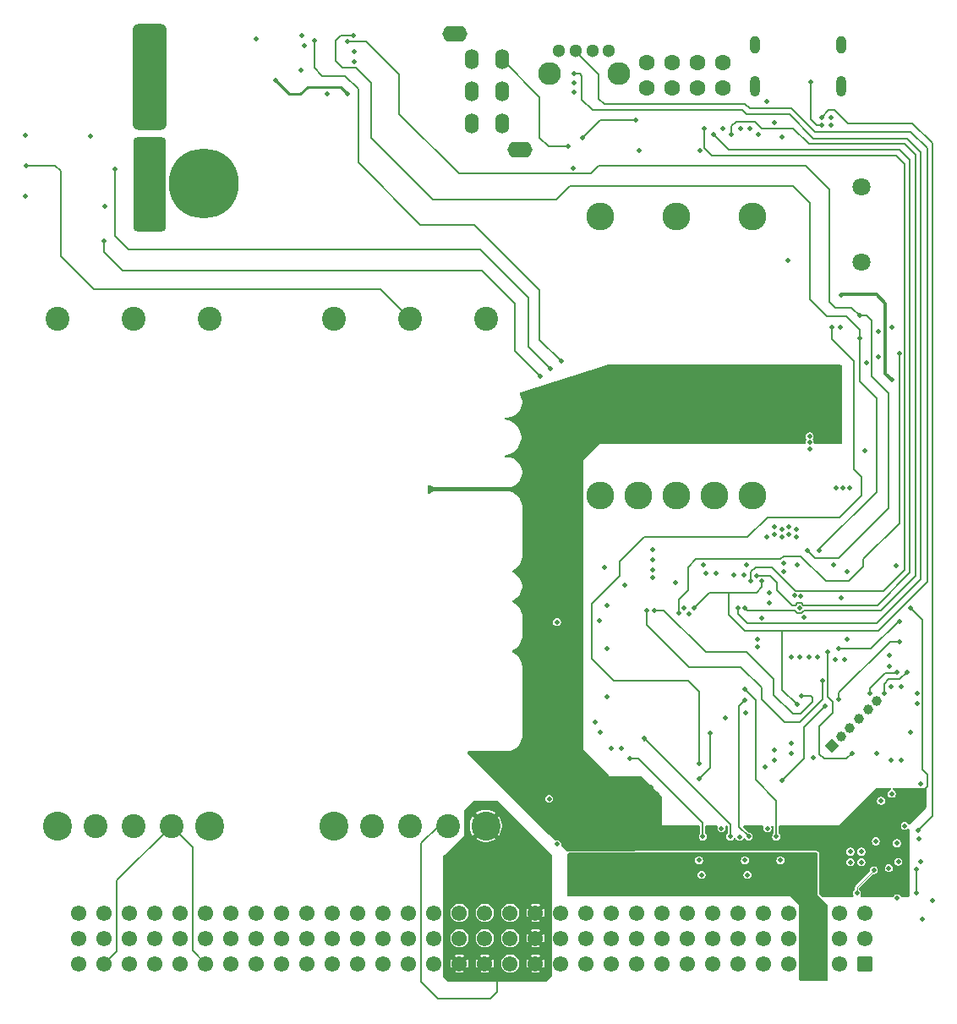
<source format=gbr>
%TF.GenerationSoftware,KiCad,Pcbnew,9.0.3*%
%TF.CreationDate,2025-10-01T00:39:15+02:00*%
%TF.ProjectId,PSU,5053552e-6b69-4636-9164-5f7063625858,0*%
%TF.SameCoordinates,Original*%
%TF.FileFunction,Copper,L4,Bot*%
%TF.FilePolarity,Positive*%
%FSLAX46Y46*%
G04 Gerber Fmt 4.6, Leading zero omitted, Abs format (unit mm)*
G04 Created by KiCad (PCBNEW 9.0.3) date 2025-10-01 00:39:15*
%MOMM*%
%LPD*%
G01*
G04 APERTURE LIST*
G04 Aperture macros list*
%AMRoundRect*
0 Rectangle with rounded corners*
0 $1 Rounding radius*
0 $2 $3 $4 $5 $6 $7 $8 $9 X,Y pos of 4 corners*
0 Add a 4 corners polygon primitive as box body*
4,1,4,$2,$3,$4,$5,$6,$7,$8,$9,$2,$3,0*
0 Add four circle primitives for the rounded corners*
1,1,$1+$1,$2,$3*
1,1,$1+$1,$4,$5*
1,1,$1+$1,$6,$7*
1,1,$1+$1,$8,$9*
0 Add four rect primitives between the rounded corners*
20,1,$1+$1,$2,$3,$4,$5,0*
20,1,$1+$1,$4,$5,$6,$7,0*
20,1,$1+$1,$6,$7,$8,$9,0*
20,1,$1+$1,$8,$9,$2,$3,0*%
%AMRotRect*
0 Rectangle, with rotation*
0 The origin of the aperture is its center*
0 $1 length*
0 $2 width*
0 $3 Rotation angle, in degrees counterclockwise*
0 Add horizontal line*
21,1,$1,$2,0,0,$3*%
G04 Aperture macros list end*
%TA.AperFunction,ComponentPad*%
%ADD10C,1.600000*%
%TD*%
%TA.AperFunction,ComponentPad*%
%ADD11C,2.400000*%
%TD*%
%TA.AperFunction,ComponentPad*%
%ADD12C,2.910000*%
%TD*%
%TA.AperFunction,ComponentPad*%
%ADD13O,1.400000X2.000000*%
%TD*%
%TA.AperFunction,ComponentPad*%
%ADD14O,2.500000X1.600000*%
%TD*%
%TA.AperFunction,ComponentPad*%
%ADD15C,2.780000*%
%TD*%
%TA.AperFunction,HeatsinkPad*%
%ADD16O,1.000000X2.100000*%
%TD*%
%TA.AperFunction,HeatsinkPad*%
%ADD17O,1.000000X1.800000*%
%TD*%
%TA.AperFunction,ComponentPad*%
%ADD18RoundRect,0.249999X0.525001X0.525001X-0.525001X0.525001X-0.525001X-0.525001X0.525001X-0.525001X0*%
%TD*%
%TA.AperFunction,ComponentPad*%
%ADD19C,1.550000*%
%TD*%
%TA.AperFunction,ComponentPad*%
%ADD20C,1.800000*%
%TD*%
%TA.AperFunction,ComponentPad*%
%ADD21RoundRect,0.495000X1.155000X-4.255000X1.155000X4.255000X-1.155000X4.255000X-1.155000X-4.255000X0*%
%TD*%
%TA.AperFunction,ComponentPad*%
%ADD22C,7.000000*%
%TD*%
%TA.AperFunction,ComponentPad*%
%ADD23RoundRect,0.505697X1.179959X-4.794303X1.179959X4.794303X-1.179959X4.794303X-1.179959X-4.794303X0*%
%TD*%
%TA.AperFunction,ComponentPad*%
%ADD24C,1.300000*%
%TD*%
%TA.AperFunction,ComponentPad*%
%ADD25C,2.286000*%
%TD*%
%TA.AperFunction,ComponentPad*%
%ADD26RotRect,1.000000X1.000000X315.000000*%
%TD*%
%TA.AperFunction,ComponentPad*%
%ADD27C,1.000000*%
%TD*%
%TA.AperFunction,ViaPad*%
%ADD28C,0.500000*%
%TD*%
%TA.AperFunction,Conductor*%
%ADD29C,0.250000*%
%TD*%
%TA.AperFunction,Conductor*%
%ADD30C,0.150000*%
%TD*%
%TA.AperFunction,Conductor*%
%ADD31C,0.300000*%
%TD*%
%TA.AperFunction,Conductor*%
%ADD32C,0.200000*%
%TD*%
%TA.AperFunction,Conductor*%
%ADD33C,0.100000*%
%TD*%
G04 APERTURE END LIST*
D10*
%TO.P,LED300,1*%
%TO.N,Net-(LED300-Pad1)*%
X67493600Y95500001D03*
%TO.P,LED300,2*%
%TO.N,GND*%
X70033600Y95500001D03*
%TO.P,LED300,3*%
%TO.N,Net-(LED300-Pad3)*%
X67493600Y92960001D03*
%TO.P,LED300,4*%
%TO.N,GND*%
X70033600Y92960001D03*
%TD*%
D11*
%TO.P,IC402,1,Vin(+)*%
%TO.N,/12V conveter + sensor/FUSE*%
X23680000Y69900000D03*
%TO.P,IC402,2,ON/OFF*%
%TO.N,/12V conveter + sensor/ON{slash}OFF*%
X16060000Y69900000D03*
%TO.P,IC402,3,Vin(-)*%
%TO.N,GND*%
X8440000Y69900000D03*
D12*
%TO.P,IC402,4,Vout(-)*%
X8440000Y19100000D03*
D11*
%TO.P,IC402,5,SENSE(-)*%
X12250000Y19100000D03*
%TO.P,IC402,6,TRIM*%
%TO.N,/12V conveter + sensor/TRIM*%
X16060000Y19100000D03*
%TO.P,IC402,7,SENSE(+)*%
%TO.N,+12V*%
X19870000Y19100000D03*
D12*
%TO.P,IC402,8,Vout(+)*%
X23680000Y19100000D03*
%TD*%
D13*
%TO.P,SW401,1,NO*%
%TO.N,/MCU/Power_Button_IN*%
X50000000Y89437500D03*
%TO.P,SW401,2,COM*%
%TO.N,GND*%
X50000000Y92637500D03*
%TO.P,SW401,3,NC*%
%TO.N,Net-(Q405-B)*%
X50000000Y95837500D03*
%TO.P,SW401,4,NO*%
%TO.N,/MCU/Power_Button_IN*%
X53000000Y89437500D03*
%TO.P,SW401,5,COM*%
%TO.N,GND*%
X53000000Y92637500D03*
%TO.P,SW401,6,NC*%
%TO.N,Net-(Q405-B)*%
X53000000Y95837500D03*
D14*
%TO.P,SW401,7,SHLD*%
%TO.N,GND*%
X54750000Y86837500D03*
%TO.P,SW401,8,SHLD*%
X48250000Y98437500D03*
%TD*%
D11*
%TO.P,IC405,1,Vin(+)*%
%TO.N,/??V converter + sensor/FUSE*%
X51365000Y69905000D03*
%TO.P,IC405,2,ON/OFF*%
%TO.N,/??V converter + sensor/ON{slash}OFF*%
X43745000Y69905000D03*
%TO.P,IC405,3,Vin(-)*%
%TO.N,GND*%
X36125000Y69905000D03*
D12*
%TO.P,IC405,4,Vout(-)*%
X36125000Y19105000D03*
D11*
%TO.P,IC405,5,SENSE(-)*%
X39935000Y19105000D03*
%TO.P,IC405,6,TRIM*%
%TO.N,/??V converter + sensor/TRIM*%
X43745000Y19105000D03*
%TO.P,IC405,7,SENSE(+)*%
%TO.N,+24V*%
X47555000Y19105000D03*
D12*
%TO.P,IC405,8,Vout(+)*%
X51365000Y19105000D03*
%TD*%
D15*
%TO.P,IC406,1,Vin(+)*%
%TO.N,/5V converter + sensor/BATTERY_FUSED*%
X78040000Y80140000D03*
%TO.P,IC406,2,ON/OFF*%
%TO.N,GND*%
X70420000Y80140000D03*
%TO.P,IC406,3,Vin(-)*%
X62800000Y80140000D03*
%TO.P,IC406,4,Vout(-)*%
X62800000Y52200000D03*
%TO.P,IC406,5,SENSE(-)*%
X66610000Y52200000D03*
%TO.P,IC406,6,TRIM*%
%TO.N,/5V converter + sensor/TRIM*%
X70420000Y52200000D03*
%TO.P,IC406,7,SENSE(+)*%
%TO.N,/5V converter + sensor/PreJumper*%
X74230000Y52200000D03*
%TO.P,IC406,8,Vout(+)*%
X78040000Y52200000D03*
%TD*%
D16*
%TO.P,J800,S1,SHIELD*%
%TO.N,Net-(J800-SHIELD)*%
X87000000Y93145001D03*
D17*
X87000000Y97325001D03*
D16*
X78360000Y93145001D03*
D17*
X78360000Y97325001D03*
%TD*%
D18*
%TO.P,J200,a1,a1*%
%TO.N,GND*%
X89370000Y5310001D03*
D19*
%TO.P,J200,a2,a2*%
%TO.N,/Backplane/BACKPLANE.D+*%
X86830000Y5310001D03*
%TO.P,J200,a3,a3*%
%TO.N,+5V_STDBY*%
X84290000Y5310001D03*
%TO.P,J200,a4,a4*%
%TO.N,GND*%
X81750000Y5310001D03*
%TO.P,J200,a5,a5*%
%TO.N,/Backplane/CAN1.+*%
X79210000Y5310001D03*
%TO.P,J200,a6,a6*%
%TO.N,/Backplane/CAN1.-*%
X76670000Y5310001D03*
%TO.P,J200,a7,a7*%
%TO.N,GND*%
X74130000Y5310001D03*
%TO.P,J200,a8,a8*%
%TO.N,/Backplane/CAN2.+*%
X71590000Y5310001D03*
%TO.P,J200,a9,a9*%
%TO.N,/Backplane/CAN2.-*%
X69050000Y5310001D03*
%TO.P,J200,a10,a10*%
%TO.N,GND*%
X66510000Y5310001D03*
%TO.P,J200,a11,a11*%
%TO.N,+12V*%
X63970000Y5310001D03*
%TO.P,J200,a12,a12*%
X61430000Y5310001D03*
%TO.P,J200,a13,a13*%
%TO.N,GND*%
X58890000Y5310001D03*
%TO.P,J200,a14,a14*%
%TO.N,+24V*%
X56350000Y5310001D03*
%TO.P,J200,a15,a15*%
%TO.N,GND*%
X53810000Y5310001D03*
%TO.P,J200,a16,a16*%
%TO.N,+24V*%
X51270000Y5310001D03*
%TO.P,J200,a17,a17*%
X48730000Y5310001D03*
%TO.P,J200,a18,a18*%
%TO.N,GND*%
X46190000Y5310001D03*
%TO.P,J200,a19,a19*%
X43650000Y5310001D03*
%TO.P,J200,a20,a20*%
X41110000Y5310001D03*
%TO.P,J200,a21,a21*%
X38570000Y5310001D03*
%TO.P,J200,a22,a22*%
X36030000Y5310001D03*
%TO.P,J200,a23,a23*%
X33490000Y5310001D03*
%TO.P,J200,a24,a24*%
X30950000Y5310001D03*
%TO.P,J200,a25,a25*%
X28410000Y5310001D03*
%TO.P,J200,a26,a26*%
X25870000Y5310001D03*
%TO.P,J200,a27,a27*%
%TO.N,+12V*%
X23330000Y5310001D03*
%TO.P,J200,a28,a28*%
X20790000Y5310001D03*
%TO.P,J200,a29,a29*%
X18250000Y5310001D03*
%TO.P,J200,a30,a30*%
X15710000Y5310001D03*
%TO.P,J200,a31,a31*%
X13170000Y5310001D03*
%TO.P,J200,a32,a32*%
%TO.N,GND*%
X10630000Y5310001D03*
%TO.P,J200,b1,b1*%
X89370000Y7850001D03*
%TO.P,J200,b2,b2*%
X86830000Y7850001D03*
%TO.P,J200,b3,b3*%
%TO.N,+5V_STDBY*%
X84290000Y7850001D03*
%TO.P,J200,b4,b4*%
%TO.N,GND*%
X81750000Y7850001D03*
%TO.P,J200,b5,b5*%
%TO.N,/Backplane/CAN1.+*%
X79210000Y7850001D03*
%TO.P,J200,b6,b6*%
%TO.N,/Backplane/CAN1.-*%
X76670000Y7850001D03*
%TO.P,J200,b7,b7*%
%TO.N,GND*%
X74130000Y7850001D03*
%TO.P,J200,b8,b8*%
%TO.N,/Backplane/CAN2.+*%
X71590000Y7850001D03*
%TO.P,J200,b9,b9*%
%TO.N,/Backplane/CAN2.-*%
X69050000Y7850001D03*
%TO.P,J200,b10,b10*%
%TO.N,GND*%
X66510000Y7850001D03*
%TO.P,J200,b11,b11*%
%TO.N,+12V*%
X63970000Y7850001D03*
%TO.P,J200,b12,b12*%
X61430000Y7850001D03*
%TO.P,J200,b13,b13*%
%TO.N,GND*%
X58890000Y7850001D03*
%TO.P,J200,b14,b14*%
%TO.N,+24V*%
X56350000Y7850001D03*
%TO.P,J200,b15,b15*%
%TO.N,GND*%
X53810000Y7850001D03*
%TO.P,J200,b16,b16*%
%TO.N,/Backplane/GPIOC0*%
X51270000Y7850001D03*
%TO.P,J200,b17,b17*%
%TO.N,/Backplane/GPIOC1*%
X48730000Y7850001D03*
%TO.P,J200,b18,b18*%
%TO.N,/Backplane/GPIOC2*%
X46190000Y7850001D03*
%TO.P,J200,b19,b19*%
%TO.N,/Backplane/GPIOC3*%
X43650000Y7850001D03*
%TO.P,J200,b20,b20*%
%TO.N,/Backplane/GPIOC4*%
X41110000Y7850001D03*
%TO.P,J200,b21,b21*%
%TO.N,/Backplane/GPIOC5*%
X38570000Y7850001D03*
%TO.P,J200,b22,b22*%
%TO.N,/Backplane/GPIOC6*%
X36030000Y7850001D03*
%TO.P,J200,b23,b23*%
%TO.N,/Backplane/GPIOC7*%
X33490000Y7850001D03*
%TO.P,J200,b24,b24*%
%TO.N,/Backplane/GPIOC8*%
X30950000Y7850001D03*
%TO.P,J200,b25,b25*%
%TO.N,/Backplane/GPIOC9*%
X28410000Y7850001D03*
%TO.P,J200,b26,b26*%
%TO.N,/Backplane/GPIOC10*%
X25870000Y7850001D03*
%TO.P,J200,b27,b27*%
%TO.N,/Backplane/GPIOC11*%
X23330000Y7850001D03*
%TO.P,J200,b28,b28*%
%TO.N,/Backplane/GPIOC12*%
X20790000Y7850001D03*
%TO.P,J200,b29,b29*%
%TO.N,/Backplane/GPIOC13*%
X18250000Y7850001D03*
%TO.P,J200,b30,b30*%
%TO.N,/Backplane/GPIOC14*%
X15710000Y7850001D03*
%TO.P,J200,b31,b31*%
%TO.N,/Backplane/GPIOC15*%
X13170000Y7850001D03*
%TO.P,J200,b32,b32*%
%TO.N,GND*%
X10630000Y7850001D03*
%TO.P,J200,c1,c1*%
X89370000Y10390001D03*
%TO.P,J200,c2,c2*%
%TO.N,/Backplane/BACKPLANE.D-*%
X86830000Y10390001D03*
%TO.P,J200,c3,c3*%
%TO.N,+5V_STDBY*%
X84290000Y10390001D03*
%TO.P,J200,c4,c4*%
%TO.N,GND*%
X81750000Y10390001D03*
%TO.P,J200,c5,c5*%
%TO.N,/Backplane/CAN1.+*%
X79210000Y10390001D03*
%TO.P,J200,c6,c6*%
%TO.N,/Backplane/CAN1.-*%
X76670000Y10390001D03*
%TO.P,J200,c7,c7*%
%TO.N,GND*%
X74130000Y10390001D03*
%TO.P,J200,c8,c8*%
%TO.N,/Backplane/CAN2.+*%
X71590000Y10390001D03*
%TO.P,J200,c9,c9*%
%TO.N,/Backplane/CAN2.-*%
X69050000Y10390001D03*
%TO.P,J200,c10,c10*%
%TO.N,GND*%
X66510000Y10390001D03*
%TO.P,J200,c11,c11*%
%TO.N,+12V*%
X63970000Y10390001D03*
%TO.P,J200,c12,c12*%
X61430000Y10390001D03*
%TO.P,J200,c13,c13*%
%TO.N,GND*%
X58890000Y10390001D03*
%TO.P,J200,c14,c14*%
%TO.N,+24V*%
X56350000Y10390001D03*
%TO.P,J200,c15,c15*%
%TO.N,GND*%
X53810000Y10390001D03*
%TO.P,J200,c16,c16*%
%TO.N,/Backplane/GPIOR0*%
X51270000Y10390001D03*
%TO.P,J200,c17,c17*%
%TO.N,/Backplane/GPIOR1*%
X48730000Y10390001D03*
%TO.P,J200,c18,c18*%
%TO.N,/Backplane/GPIOR2*%
X46190000Y10390001D03*
%TO.P,J200,c19,c19*%
%TO.N,/Backplane/GPIOR3*%
X43650000Y10390001D03*
%TO.P,J200,c20,c20*%
%TO.N,/Backplane/GPIOR4*%
X41110000Y10390001D03*
%TO.P,J200,c21,c21*%
%TO.N,/Backplane/GPIOR5*%
X38570000Y10390001D03*
%TO.P,J200,c22,c22*%
%TO.N,/Backplane/GPIOR6*%
X36030000Y10390001D03*
%TO.P,J200,c23,c23*%
%TO.N,/Backplane/GPIOR7*%
X33490000Y10390001D03*
%TO.P,J200,c24,c24*%
%TO.N,/Backplane/GPIOR8*%
X30950000Y10390001D03*
%TO.P,J200,c25,c25*%
%TO.N,/Backplane/GPIOR9*%
X28410000Y10390001D03*
%TO.P,J200,c26,c26*%
%TO.N,/Backplane/GPIOR10*%
X25870000Y10390001D03*
%TO.P,J200,c27,c27*%
%TO.N,/Backplane/GPIOR11*%
X23330000Y10390001D03*
%TO.P,J200,c28,c28*%
%TO.N,/Backplane/GPIOR12*%
X20790000Y10390001D03*
%TO.P,J200,c29,c29*%
%TO.N,/Backplane/GPIOR13*%
X18250000Y10390001D03*
%TO.P,J200,c30,c30*%
%TO.N,/Backplane/GPIOR14*%
X15710000Y10390001D03*
%TO.P,J200,c31,c31*%
%TO.N,/Backplane/GPIOR15*%
X13170000Y10390001D03*
%TO.P,J200,c32,c32*%
%TO.N,GND*%
X10630000Y10390001D03*
%TD*%
D20*
%TO.P,BZ401,1,+*%
%TO.N,Net-(BZ401-+)*%
X89000000Y75500000D03*
%TO.P,BZ401,2,-*%
%TO.N,Net-(BZ401--)*%
X89000000Y83100000D03*
%TD*%
D21*
%TO.P,J400,1,PWR*%
%TO.N,Net-(IC403-IP+)*%
X17700000Y83350000D03*
D22*
X23150000Y83400000D03*
D23*
%TO.P,J400,2,GND*%
%TO.N,GND*%
X17735656Y94100000D03*
%TD*%
D24*
%TO.P,BTN400,1*%
%TO.N,GND*%
X63709415Y96700838D03*
%TO.P,BTN400,2*%
X62079415Y96700838D03*
%TO.P,BTN400,3*%
%TO.N,/MCU/SWD.~{RST}*%
X60339415Y96700838D03*
%TO.P,BTN400,4*%
%TO.N,/MCU/USR_BUTTON*%
X58709415Y96700838D03*
D25*
%TO.P,BTN400,5*%
%TO.N,N/C*%
X64709415Y94450838D03*
%TO.P,BTN400,6*%
X57709415Y94450838D03*
%TD*%
D10*
%TO.P,LED301,1*%
%TO.N,Net-(LED301-Pad1)*%
X72543600Y95500001D03*
%TO.P,LED301,2*%
%TO.N,GND*%
X75083600Y95500001D03*
%TO.P,LED301,3*%
%TO.N,Net-(LED301-Pad3)*%
X72543600Y92960001D03*
%TO.P,LED301,4*%
%TO.N,GND*%
X75083600Y92960001D03*
%TD*%
D26*
%TO.P,J401,1,Pin_1*%
%TO.N,+3V3*%
X86037520Y27121458D03*
D27*
%TO.P,J401,2,Pin_2*%
%TO.N,/ST-LINK/DIO*%
X86935546Y28019484D03*
%TO.P,J401,3,Pin_3*%
%TO.N,/ST-LINK/CLK*%
X87833571Y28917509D03*
%TO.P,J401,4,Pin_4*%
%TO.N,/ST-LINK/STLINK-RST*%
X88731597Y29815535D03*
%TO.P,J401,5,Pin_5*%
%TO.N,GND*%
X89629622Y30713560D03*
%TO.P,J401,6,Pin_6*%
%TO.N,/ST-LINK/STLINK-BOOT0*%
X90527648Y31611586D03*
%TD*%
D28*
%TO.N,+3V3*%
X72975000Y14200000D03*
X60228400Y92600000D03*
X80250000Y49000000D03*
X81750000Y49000000D03*
X91980000Y25660001D03*
X62330000Y29460001D03*
X81955000Y35960001D03*
X90700000Y66035000D03*
X82500000Y48000000D03*
X73455000Y44410001D03*
X68072000Y43942000D03*
X63254000Y44958000D03*
X86200000Y45200000D03*
X68072000Y46736000D03*
X79500000Y48000000D03*
X81750000Y48250000D03*
X92680000Y15510001D03*
X92430000Y45110001D03*
X30350001Y93750000D03*
X92030000Y22310001D03*
X37500000Y92400000D03*
X81220000Y44520001D03*
X28350000Y97900000D03*
X94580000Y32362501D03*
X80255000Y26685001D03*
X76205000Y44235001D03*
X81000000Y88060001D03*
X82500000Y48750000D03*
X80250000Y48250000D03*
X81980000Y26357501D03*
X62763531Y39643576D03*
X86330000Y35710001D03*
X91980000Y33010001D03*
X84630000Y35985001D03*
X82895876Y42124124D03*
X64955000Y26885001D03*
X81000000Y48750000D03*
X77575000Y14200000D03*
X82770000Y40910001D03*
X82525000Y45250000D03*
X81000000Y48000000D03*
X75080000Y88910001D03*
X38175000Y96650000D03*
X82292040Y42145211D03*
%TO.N,GND*%
X60228400Y93500000D03*
X95060000Y9780000D03*
X90530000Y26323785D03*
X88980000Y16510001D03*
X87780136Y52953492D03*
X68072000Y44704000D03*
X33200000Y97250000D03*
X87880000Y16510001D03*
X76880000Y88910001D03*
X92980000Y25660001D03*
X83800856Y56856950D03*
X79756000Y42418000D03*
X57712283Y21812283D03*
X90955000Y21610001D03*
X87130136Y52953492D03*
X89314487Y56700408D03*
X74455000Y44410001D03*
X68072000Y45720000D03*
X72825000Y86700000D03*
X32900000Y98250000D03*
X81220000Y45420001D03*
X58500000Y39500000D03*
X72725000Y15650000D03*
X77205000Y44235001D03*
X81980000Y27357501D03*
X73155000Y45260001D03*
X63955000Y26885001D03*
X86974124Y41944124D03*
X87530000Y37760001D03*
X91780000Y35060001D03*
X79756000Y41402000D03*
X63480000Y32010001D03*
X83800856Y58106950D03*
X88980000Y15460001D03*
X92530000Y17360001D03*
X87580000Y44560001D03*
X76775000Y18000000D03*
X86480136Y52953492D03*
X11750000Y88150000D03*
X62855000Y28435001D03*
X60100000Y84900000D03*
X82830000Y36010001D03*
X80255000Y25685001D03*
X77780000Y88910001D03*
X91780000Y36160001D03*
X80300000Y89500000D03*
X93930000Y28460001D03*
X78680000Y88360001D03*
X35500000Y92415000D03*
X94580000Y31362501D03*
X32850000Y94750000D03*
X94730000Y17760001D03*
X83200000Y40000000D03*
X70358000Y43434000D03*
X92000000Y69000000D03*
X94930000Y15510001D03*
X63498898Y36850001D03*
X66750000Y86700000D03*
X86900000Y69015000D03*
X79575000Y18850000D03*
X65278000Y43180000D03*
X5250000Y88200000D03*
X79480000Y91610001D03*
X38175000Y95625000D03*
X89470000Y65485000D03*
X58550000Y17250000D03*
X90720000Y68565000D03*
X74975000Y18850000D03*
X90430000Y17560001D03*
X87880000Y15460001D03*
X13250000Y81100000D03*
X91730000Y14860001D03*
X87330000Y35710001D03*
X80875000Y15650000D03*
X92580000Y11860001D03*
X83800856Y57506950D03*
X85980000Y89260001D03*
X5250000Y82150000D03*
X85980000Y90060001D03*
X77455000Y45260001D03*
X84180000Y25960001D03*
X93330000Y19110001D03*
X83730000Y36010001D03*
X79380000Y24960001D03*
X94900000Y23300000D03*
X96080000Y11640000D03*
X92980000Y33010001D03*
X63500000Y41148000D03*
X78994000Y39878000D03*
X77325000Y15650000D03*
%TO.N,+5V*%
X84400000Y60000000D03*
X85000000Y61000000D03*
X65400000Y22300000D03*
X94780000Y22210001D03*
X73975000Y18850000D03*
X66900000Y23000000D03*
X87000000Y72250000D03*
X92000000Y63750000D03*
X67900000Y21600000D03*
X67900000Y23000000D03*
X85500000Y62000000D03*
X86100000Y61000000D03*
X86600000Y62000000D03*
X83300000Y60000000D03*
X93930000Y40910001D03*
X86600000Y60000000D03*
X85500000Y60000000D03*
X65900000Y21600000D03*
X67500000Y22300000D03*
X91730000Y15760000D03*
X64800000Y21600000D03*
X86830000Y14260001D03*
X64800000Y23000000D03*
X83300000Y62000000D03*
X84400000Y62000000D03*
X68500000Y22300000D03*
X65900000Y23000000D03*
X83800000Y61000000D03*
X66500000Y22300000D03*
X78575000Y18850000D03*
X66900000Y21600000D03*
%TO.N,/ST-LINK/LED*%
X85580000Y36485001D03*
X88030000Y26335001D03*
%TO.N,/USB/VBUS_IN*%
X84980000Y90060001D03*
X94680000Y18660001D03*
%TO.N,/MCU/USR_BUTTON*%
X76605000Y40935001D03*
X60168600Y94385799D03*
%TO.N,/MCU/SWD.~{RST}*%
X72205001Y40910001D03*
X79007238Y43640001D03*
X82530000Y31240001D03*
%TO.N,/12V conveter + sensor/ON-OFF0*%
X73800000Y28400000D03*
X72720000Y23800000D03*
%TO.N,/??V converter + sensor/ON{slash}OFF*%
X5300000Y85200000D03*
%TO.N,/Battery connector/ADS115{slash}RDY*%
X71200000Y40900000D03*
X58900000Y65600000D03*
X34200000Y97750000D03*
%TO.N,/CAN transceiver 1/CAN.TX*%
X80450000Y18025000D03*
X77300000Y32800000D03*
%TO.N,/CAN transceiver 1/CAN.RX*%
X77300000Y31700000D03*
X77700000Y18025000D03*
%TO.N,/CAN transceiver 2/CAN.TX*%
X75850000Y18025000D03*
X67205000Y27885001D03*
%TO.N,/CAN transceiver 2/CAN.RX*%
X65819838Y25826163D03*
X73100000Y18025000D03*
%TO.N,/USB/CC1*%
X83930000Y93560001D03*
X84980000Y89260001D03*
%TO.N,/MCU/USER_LED_1*%
X74180000Y88360001D03*
X78480000Y44160001D03*
%TO.N,/MCU/USER_LED_2*%
X77930000Y43660001D03*
X73280000Y88910001D03*
%TO.N,/MCU/STATUS_LED*%
X77305000Y40935001D03*
X75980000Y88360001D03*
%TO.N,+5V_STDBY*%
X64993750Y12410001D03*
X61518750Y12410001D03*
X66268750Y13060001D03*
X66731250Y12410001D03*
X61056250Y13060001D03*
X64531250Y13060001D03*
X62356250Y13710001D03*
X62793750Y13060001D03*
X64093750Y13710001D03*
X66700000Y13710001D03*
X65831250Y13710001D03*
X64962500Y13710001D03*
X65400000Y13060001D03*
X61487500Y13710001D03*
X63225000Y13710001D03*
X63662500Y13060001D03*
X67137500Y13060001D03*
X67568750Y13710001D03*
X63256250Y12410001D03*
X61925000Y13060001D03*
X60650000Y12410001D03*
X67600000Y12410001D03*
X62387500Y12410001D03*
X64125000Y12410001D03*
X65862500Y12410001D03*
%TO.N,/12V conveter + sensor/ON-OFF1*%
X13150000Y77650000D03*
X56810000Y64130000D03*
X75400000Y29900000D03*
%TO.N,/Battery connector/MASTER_ON*%
X71700000Y40300000D03*
X81600000Y75700000D03*
%TO.N,/12V conveter + sensor/ON-OFF2*%
X14200000Y84850000D03*
X77400000Y30400000D03*
X57800000Y64910000D03*
%TO.N,/5V converter + sensor/I2C.SCL*%
X38100000Y98200000D03*
X84800000Y46700000D03*
X78600000Y37000000D03*
X88800000Y67900000D03*
%TO.N,/5V converter + sensor/I2C.SDA*%
X78600000Y37800000D03*
X37500000Y97600000D03*
X88800000Y70200000D03*
X83600000Y46700000D03*
%TO.N,/MCU/Buzzer*%
X92780000Y66400000D03*
X70700000Y40425000D03*
%TO.N,/MCU/Power_Button_IN*%
X72700000Y25300000D03*
X86000000Y69000000D03*
%TO.N,/MCU/STLINK.RX*%
X86730000Y31785001D03*
X83000000Y32100000D03*
X92830000Y37560001D03*
X68230000Y40700000D03*
%TO.N,/MCU/STLINK.TX*%
X92830000Y39560001D03*
X67500000Y40700000D03*
X85105000Y33600000D03*
X86705000Y36835001D03*
%TO.N,Net-(D403-A)*%
X61075000Y88025000D03*
X66350000Y89775000D03*
%TO.N,Net-(Q405-B)*%
X59575000Y87125000D03*
%TO.N,Net-(U801-~{OE})*%
X94480000Y14710001D03*
X94480000Y12360001D03*
%TO.N,Net-(U700-PC14)*%
X89855000Y32360001D03*
X92580000Y34510001D03*
%TO.N,Net-(U700-PC13)*%
X91280000Y32380000D03*
X93530000Y34510001D03*
%TO.N,Net-(U700-PA5)*%
X85330000Y31110001D03*
X81055000Y23635001D03*
%TO.N,Net-(U302-PGANG)*%
X90230000Y14660001D03*
X88530000Y12360001D03*
%TD*%
D29*
%TO.N,+3V3*%
X30350001Y93750000D02*
X31685001Y92415000D01*
X36800000Y93100000D02*
X37500000Y92400000D01*
X31685001Y92415000D02*
X32815000Y92415000D01*
X32815000Y92415000D02*
X33500000Y93100000D01*
X33500000Y93100000D02*
X36800000Y93100000D01*
D30*
%TO.N,+5V*%
X95600000Y23030001D02*
X94780000Y22210001D01*
D31*
X92000000Y63750000D02*
X91400000Y64350000D01*
X91400000Y71400000D02*
X90500000Y72300000D01*
D30*
X95100000Y39740001D02*
X95100000Y24700000D01*
D31*
X91400000Y64350000D02*
X91400000Y71400000D01*
D30*
X95600000Y24200000D02*
X95600000Y23030001D01*
D31*
X90500000Y72300000D02*
X87050000Y72300000D01*
D30*
X95100000Y24700000D02*
X95600000Y24200000D01*
D31*
X87050000Y72300000D02*
X87000000Y72250000D01*
D30*
X93930000Y40910001D02*
X95100000Y39740001D01*
%TO.N,/ST-LINK/LED*%
X85580000Y32020000D02*
X85580000Y36485001D01*
X86100000Y30400000D02*
X86100000Y31500000D01*
X84800000Y29100000D02*
X86100000Y30400000D01*
X85300000Y25800000D02*
X84800000Y26300000D01*
X87494999Y25800000D02*
X85300000Y25800000D01*
X88030000Y26335001D02*
X87494999Y25800000D01*
X84800000Y26300000D02*
X84800000Y29100000D01*
X86100000Y31500000D02*
X85580000Y32020000D01*
%TO.N,/USB/VBUS_IN*%
X94105000Y89435001D02*
X87630000Y89435001D01*
X87630000Y89435001D02*
X86317500Y90747501D01*
X94680000Y18660001D02*
X96100000Y20080001D01*
X96100000Y87440001D02*
X94105000Y89435001D01*
X85667500Y90747501D02*
X84980000Y90060001D01*
X86317500Y90747501D02*
X85667500Y90747501D01*
X96100000Y20080001D02*
X96100000Y87440001D01*
%TO.N,/MCU/USR_BUTTON*%
X90530000Y39360001D02*
X94955000Y43785001D01*
X94955000Y43785001D02*
X94955000Y86560001D01*
X76605000Y40935001D02*
X76605000Y40335001D01*
X76605000Y40335001D02*
X77580000Y39360001D01*
X61000000Y94200000D02*
X60814201Y94385799D01*
X60814201Y94385799D02*
X60168600Y94385799D01*
X84180000Y87935001D02*
X81780000Y90335001D01*
X94955000Y86560001D02*
X93580000Y87935001D01*
X81780000Y90335001D02*
X77480000Y90335001D01*
X77480000Y90335001D02*
X77055000Y90760001D01*
X77580000Y39360001D02*
X90530000Y39360001D01*
X77055000Y90760001D02*
X62039999Y90760001D01*
X93580000Y87935001D02*
X84180000Y87935001D01*
X61000000Y91800000D02*
X61000000Y94200000D01*
X62039999Y90760001D02*
X61000000Y91800000D01*
D32*
%TO.N,/MCU/SWD.~{RST}*%
X60130000Y96870000D02*
X60130000Y96950000D01*
D30*
X93930000Y88560001D02*
X95555000Y86935001D01*
X79007238Y43640001D02*
X79007238Y43007238D01*
D32*
X62700000Y91900000D02*
X62700000Y94300000D01*
X63239999Y91360001D02*
X62700000Y91900000D01*
D30*
X90655000Y38660001D02*
X81050000Y38660001D01*
X81050000Y38660001D02*
X81050000Y32720001D01*
X75730000Y42460001D02*
X73755001Y42460001D01*
X78460001Y42460001D02*
X75730000Y42460001D01*
X79007238Y43007238D02*
X78460001Y42460001D01*
X90655000Y38660001D02*
X95555000Y43560001D01*
X77780000Y90910001D02*
X82005000Y90910001D01*
X82530000Y31240001D02*
X81050000Y32720001D01*
X84355000Y88560001D02*
X93930000Y88560001D01*
D32*
X62700000Y94300000D02*
X60130000Y96870000D01*
X77330000Y91360001D02*
X63239999Y91360001D01*
D30*
X77330000Y91360001D02*
X77780000Y90910001D01*
X77330000Y38660001D02*
X75730000Y40260001D01*
X73755001Y42460001D02*
X72205001Y40910001D01*
X82005000Y90910001D02*
X84355000Y88560001D01*
X95555000Y86935001D02*
X95555000Y43560001D01*
X81050000Y38660001D02*
X77330000Y38660001D01*
X75730000Y40260001D02*
X75730000Y42460001D01*
D32*
%TO.N,+12V*%
X14400000Y13630000D02*
X14400000Y6540001D01*
X19870000Y19100000D02*
X22000000Y16970000D01*
X19870000Y19100000D02*
X14400000Y13630000D01*
X22000000Y16970000D02*
X22000000Y6640001D01*
X22000000Y6640001D02*
X23330000Y5310001D01*
X14400000Y6540001D02*
X13170000Y5310001D01*
D30*
%TO.N,/12V conveter + sensor/ON-OFF0*%
X73800000Y24880000D02*
X73800000Y28400000D01*
X72720000Y23800000D02*
X73800000Y24880000D01*
D32*
%TO.N,/??V converter + sensor/ON{slash}OFF*%
X12100000Y72800000D02*
X8800000Y76100000D01*
X8800000Y76100000D02*
X8800000Y83300000D01*
X8800000Y83300000D02*
X8800000Y84650000D01*
X43745000Y69905000D02*
X40850000Y72800000D01*
X8250000Y85200000D02*
X5300000Y85200000D01*
X40850000Y72800000D02*
X12100000Y72800000D01*
X8800000Y84650000D02*
X8250000Y85200000D01*
D30*
%TO.N,/Battery connector/ADS115{slash}RDY*%
X37300000Y94200000D02*
X35000000Y94200000D01*
X38600000Y85500000D02*
X38600000Y92900000D01*
X38600000Y92900000D02*
X37300000Y94200000D01*
X56750000Y67750000D02*
X56750000Y72750000D01*
X34200000Y95000000D02*
X34200000Y97750000D01*
X56750000Y72750000D02*
X50200000Y79300000D01*
X50200000Y79300000D02*
X44800000Y79300000D01*
X58900000Y65600000D02*
X56750000Y67750000D01*
X44800000Y79300000D02*
X38600000Y85500000D01*
X35000000Y94200000D02*
X34200000Y95000000D01*
D32*
%TO.N,+24V*%
X46600000Y1800000D02*
X51800000Y1800000D01*
X44900000Y3500000D02*
X46600000Y1800000D01*
X52500000Y2500000D02*
X52500000Y4100000D01*
X51800000Y1800000D02*
X52500000Y2500000D01*
X44900000Y17350000D02*
X44900000Y3500000D01*
X46650000Y19100000D02*
X44900000Y17350000D01*
D30*
%TO.N,/CAN transceiver 1/CAN.TX*%
X80450000Y21640001D02*
X78400000Y23690001D01*
X78400000Y31700000D02*
X77300000Y32800000D01*
X80450000Y18025000D02*
X80450000Y21640001D01*
X78400000Y23690001D02*
X78400000Y31700000D01*
D32*
%TO.N,/CAN transceiver 1/CAN.RX*%
X77300000Y31700000D02*
X76700000Y31100000D01*
X76700000Y19025000D02*
X77700000Y18025000D01*
X76700000Y31100000D02*
X76700000Y19025000D01*
D30*
%TO.N,/CAN transceiver 2/CAN.TX*%
X75850000Y19240001D02*
X67205000Y27885001D01*
X75850000Y18025000D02*
X75850000Y19240001D01*
X67205000Y27885001D02*
X67205000Y27645000D01*
D32*
%TO.N,/CAN transceiver 2/CAN.RX*%
X73100000Y19400000D02*
X73100000Y18025000D01*
X66673837Y25826163D02*
X73100000Y19400000D01*
X65819838Y25826163D02*
X66673837Y25826163D01*
D30*
%TO.N,/USB/CC1*%
X84480000Y89260001D02*
X83930000Y89810001D01*
X83930000Y89810001D02*
X83930000Y93560001D01*
X84980000Y89260001D02*
X84480000Y89260001D01*
D32*
%TO.N,/MCU/USER_LED_1*%
X83188522Y41200000D02*
X90619999Y41200000D01*
X82977521Y41411001D02*
X83188522Y41200000D01*
X93855000Y44435001D02*
X93855000Y85785001D01*
X93855000Y85785001D02*
X92830000Y86810001D01*
X79839999Y44160001D02*
X80550000Y43450000D01*
X90619999Y41200000D02*
X93855000Y44435001D01*
X78480000Y44160001D02*
X79839999Y44160001D01*
X92830000Y86810001D02*
X75730000Y86810001D01*
X80550000Y42680000D02*
X82030000Y41200000D01*
X82030000Y41200000D02*
X82351478Y41200000D01*
X82351478Y41200000D02*
X82562479Y41411001D01*
X82562479Y41411001D02*
X82977521Y41411001D01*
X80550000Y43450000D02*
X80550000Y42680000D01*
X75730000Y86810001D02*
X74180000Y88360001D01*
D30*
%TO.N,/MCU/USER_LED_2*%
X78397499Y45000000D02*
X80000000Y45000000D01*
X77930000Y44532501D02*
X78397499Y45000000D01*
X91205000Y42610001D02*
X93280000Y44685001D01*
X80000000Y45000000D02*
X82389999Y42610001D01*
X73280000Y88910001D02*
X73280000Y86970000D01*
X73280000Y86970000D02*
X74039999Y86210001D01*
X93280000Y44685001D02*
X93280000Y85360001D01*
X82389999Y42610001D02*
X91205000Y42610001D01*
X92430000Y86210001D02*
X74039999Y86210001D01*
X93280000Y85360001D02*
X92430000Y86210001D01*
X77930000Y43660001D02*
X77930000Y44532501D01*
%TO.N,/MCU/STATUS_LED*%
X75980000Y89185001D02*
X76430000Y89635001D01*
X77540001Y40700000D02*
X77305000Y40935001D01*
X90969999Y40700000D02*
X83233165Y40700000D01*
X76430000Y89635001D02*
X78305000Y89635001D01*
X78305000Y89635001D02*
X79000001Y88940000D01*
X82306835Y40700000D02*
X77540001Y40700000D01*
X82175001Y88940000D02*
X83705000Y87410001D01*
X79000001Y88940000D02*
X82175001Y88940000D01*
X93280000Y87410001D02*
X94430000Y86260001D01*
X83233165Y40700000D02*
X82967166Y40434001D01*
X94430000Y44160001D02*
X90969999Y40700000D01*
X75980000Y88360001D02*
X75980000Y89185001D01*
X82572834Y40434001D02*
X82306835Y40700000D01*
X82967166Y40434001D02*
X82572834Y40434001D01*
X94430000Y86260001D02*
X94430000Y44160001D01*
X83705000Y87410001D02*
X93280000Y87410001D01*
D32*
%TO.N,/12V conveter + sensor/ON-OFF1*%
X51000000Y74700000D02*
X54300000Y71400000D01*
X54300000Y66640000D02*
X56810000Y64130000D01*
X15000000Y74700000D02*
X51000000Y74700000D01*
X13150000Y76550000D02*
X15000000Y74700000D01*
X13150000Y77650000D02*
X13150000Y76550000D01*
X54300000Y71400000D02*
X54300000Y66640000D01*
%TO.N,/12V conveter + sensor/ON-OFF2*%
X55600000Y67110000D02*
X55600000Y72000000D01*
X55600000Y72000000D02*
X50800000Y76800000D01*
X14200000Y78150000D02*
X14200000Y84850000D01*
X50800000Y76800000D02*
X15550000Y76800000D01*
X57800000Y64910000D02*
X55600000Y67110000D01*
X15550000Y76800000D02*
X14200000Y78150000D01*
%TO.N,/5V converter + sensor/I2C.SCL*%
X83800000Y81500000D02*
X82125000Y83175000D01*
X84800000Y46800000D02*
X84800000Y46700000D01*
X90500000Y52500000D02*
X84800000Y46800000D01*
X39900000Y88000000D02*
X39900000Y93500000D01*
X85500000Y70100000D02*
X83800000Y71800000D01*
X84800000Y46700000D02*
X84800000Y46703611D01*
X88800000Y63600000D02*
X90500000Y61900000D01*
X38400000Y95000000D02*
X37000000Y95000000D01*
X59775000Y83175000D02*
X58400000Y81800000D01*
X83800000Y71800000D02*
X83800000Y81500000D01*
X36300000Y95700000D02*
X36300000Y97700000D01*
X88800000Y68800000D02*
X87500000Y70100000D01*
X58400000Y81800000D02*
X46100000Y81800000D01*
X39900000Y93500000D02*
X38400000Y95000000D01*
X36300000Y97700000D02*
X36800000Y98200000D01*
X88800000Y67900000D02*
X88800000Y68800000D01*
X87500000Y70100000D02*
X85500000Y70100000D01*
X36800000Y98200000D02*
X38100000Y98200000D01*
X37000000Y95000000D02*
X36300000Y95700000D01*
X82125000Y83175000D02*
X59775000Y83175000D01*
X46100000Y81800000D02*
X39900000Y88000000D01*
X90500000Y61900000D02*
X90500000Y52500000D01*
X88800000Y67900000D02*
X88800000Y63600000D01*
%TO.N,/5V converter + sensor/I2C.SDA*%
X48700000Y84400000D02*
X42700000Y90400000D01*
X89500000Y70200000D02*
X89971000Y69729000D01*
X86725000Y45925000D02*
X84375000Y45925000D01*
X91700000Y62400000D02*
X91700000Y50900000D01*
X84375000Y45925000D02*
X83600000Y46700000D01*
X88000000Y71000000D02*
X86400000Y71000000D01*
X85800000Y71600000D02*
X85800000Y82800000D01*
X89971000Y64129000D02*
X91700000Y62400000D01*
X83400000Y85200000D02*
X62700000Y85200000D01*
X86400000Y71000000D02*
X85800000Y71600000D01*
X61900000Y84400000D02*
X48700000Y84400000D01*
X42700000Y90400000D02*
X42700000Y94300000D01*
X42700000Y94300000D02*
X39400000Y97600000D01*
X39400000Y97600000D02*
X37500000Y97600000D01*
X91700000Y50900000D02*
X86725000Y45925000D01*
X89971000Y69729000D02*
X89971000Y64129000D01*
X85800000Y82800000D02*
X83400000Y85200000D01*
X62700000Y85200000D02*
X61900000Y84400000D01*
X88800000Y70200000D02*
X88000000Y71000000D01*
X88800000Y70200000D02*
X89500000Y70200000D01*
%TO.N,/MCU/Buzzer*%
X71600000Y42700000D02*
X71600000Y45000000D01*
X70700000Y41800000D02*
X71600000Y42700000D01*
X92780000Y49380000D02*
X92780000Y66400000D01*
X71600000Y45000000D02*
X72400000Y45800000D01*
X85421001Y43600000D02*
X87700000Y43600000D01*
X70700000Y40425000D02*
X70700000Y41800000D01*
X72400000Y45800000D02*
X80891478Y45800000D01*
X87700000Y43600000D02*
X89200000Y45100000D01*
X80891478Y45800000D02*
X81191478Y46100000D01*
X89200000Y45100000D02*
X89200000Y45800000D01*
X82921001Y46100000D02*
X85421001Y43600000D01*
X89200000Y45800000D02*
X92780000Y49380000D01*
X81191478Y46100000D02*
X82921001Y46100000D01*
%TO.N,/MCU/Power_Button_IN*%
X72700000Y32500000D02*
X71600000Y33600000D01*
X64800000Y45600000D02*
X67200000Y48000000D01*
X86800000Y50000000D02*
X79600000Y50000000D01*
X88200000Y54800000D02*
X89000000Y54000000D01*
X71600000Y33600000D02*
X64200000Y33600000D01*
X64800000Y44100000D02*
X64800000Y45600000D01*
X72700000Y25300000D02*
X72700000Y32500000D01*
X77600000Y48000000D02*
X67200000Y48000000D01*
X62000000Y35800000D02*
X62000000Y41300000D01*
X88200000Y65600000D02*
X88200000Y54800000D01*
X64200000Y33600000D02*
X62000000Y35800000D01*
X86000000Y69000000D02*
X86000000Y67800000D01*
X89000000Y54000000D02*
X89000000Y52200000D01*
X89000000Y52200000D02*
X86800000Y50000000D01*
X62000000Y41300000D02*
X64800000Y44100000D01*
X79600000Y50000000D02*
X77600000Y48000000D01*
X86000000Y67800000D02*
X88200000Y65600000D01*
D30*
%TO.N,/MCU/STLINK.RX*%
X91855000Y37560001D02*
X86730000Y32435001D01*
D32*
X68230000Y40700000D02*
X69200000Y40700000D01*
X77500000Y36500000D02*
X80200000Y33800000D01*
X84100000Y31900000D02*
X83900000Y32100000D01*
X82100000Y30300000D02*
X82900000Y30300000D01*
D30*
X86730000Y32435001D02*
X86730000Y31785001D01*
D32*
X80200000Y33800000D02*
X80200000Y32200000D01*
D30*
X92830000Y37560001D02*
X91855000Y37560001D01*
D32*
X73400000Y36500000D02*
X77500000Y36500000D01*
X82900000Y30300000D02*
X84100000Y31500000D01*
X69200000Y40700000D02*
X73400000Y36500000D01*
X83900000Y32100000D02*
X83000000Y32100000D01*
X80200000Y32200000D02*
X82100000Y30300000D01*
X84100000Y31500000D02*
X84100000Y31900000D01*
%TO.N,/MCU/STLINK.TX*%
X85105000Y33600000D02*
X85105000Y31805000D01*
X71700000Y35000000D02*
X67500000Y39200000D01*
D30*
X92830000Y39560001D02*
X92680000Y39560001D01*
D32*
X82800000Y29500000D02*
X81300000Y29500000D01*
X76925000Y35000000D02*
X71700000Y35000000D01*
X81300000Y29500000D02*
X79000000Y31800000D01*
X67500000Y39200000D02*
X67500000Y40700000D01*
D30*
X89955000Y36835001D02*
X86705000Y36835001D01*
X92680000Y39560001D02*
X89955000Y36835001D01*
D32*
X85105000Y31805000D02*
X82800000Y29500000D01*
X79000000Y32925000D02*
X76925000Y35000000D01*
X79000000Y31800000D02*
X79000000Y32925000D01*
%TO.N,Net-(D403-A)*%
X62825000Y89775000D02*
X61075000Y88025000D01*
X66350000Y89775000D02*
X62825000Y89775000D01*
%TO.N,Net-(Q405-B)*%
X59575000Y87125000D02*
X59550000Y87150000D01*
X56750000Y92087500D02*
X53000000Y95837500D01*
X57625000Y87150000D02*
X56750000Y88025000D01*
X56750000Y88025000D02*
X56750000Y92087500D01*
X59550000Y87150000D02*
X57625000Y87150000D01*
D30*
%TO.N,Net-(U801-~{OE})*%
X94480000Y12360001D02*
X94480000Y14710001D01*
%TO.N,Net-(U700-PC14)*%
X92430000Y34360001D02*
X91355736Y34360001D01*
X89855000Y32859265D02*
X89855000Y32360001D01*
X92580000Y34510001D02*
X92430000Y34360001D01*
X91355736Y34360001D02*
X89855000Y32859265D01*
%TO.N,Net-(U700-PC13)*%
X91280000Y32380000D02*
X91280000Y33335001D01*
X91705000Y33760001D02*
X92780000Y33760001D01*
X91280000Y33335001D02*
X91705000Y33760001D01*
X92780000Y33760001D02*
X93530000Y34510001D01*
%TO.N,Net-(U700-PA5)*%
X81055000Y23635001D02*
X83230000Y25810001D01*
X83230000Y25810001D02*
X83230000Y29010001D01*
X83230000Y29010001D02*
X85330000Y31110001D01*
D33*
%TO.N,Net-(U302-PGANG)*%
X88530000Y12960001D02*
X90230000Y14660001D01*
X88530000Y12360001D02*
X88530000Y12960001D01*
%TD*%
%TA.AperFunction,Conductor*%
%TO.N,+5V_STDBY*%
G36*
X84543039Y16400315D02*
G01*
X84588794Y16347511D01*
X84600000Y16296000D01*
X84600000Y12200000D01*
X85563681Y11236319D01*
X85597166Y11174996D01*
X85600000Y11148638D01*
X85600000Y3724000D01*
X85580315Y3656961D01*
X85527511Y3611206D01*
X85476000Y3600000D01*
X82849000Y3600000D01*
X82781961Y3619685D01*
X82736206Y3672489D01*
X82725000Y3724000D01*
X82725000Y11175000D01*
X81900000Y12000000D01*
X59685300Y12000000D01*
X59618261Y12019685D01*
X59572506Y12072489D01*
X59561300Y12124000D01*
X59561300Y14252727D01*
X72574500Y14252727D01*
X72574500Y14147273D01*
X72601793Y14045413D01*
X72654520Y13954087D01*
X72729087Y13879520D01*
X72820413Y13826793D01*
X72922273Y13799500D01*
X72922275Y13799500D01*
X73027725Y13799500D01*
X73027727Y13799500D01*
X73129587Y13826793D01*
X73220913Y13879520D01*
X73295480Y13954087D01*
X73348207Y14045413D01*
X73375500Y14147273D01*
X73375500Y14252727D01*
X77174500Y14252727D01*
X77174500Y14147273D01*
X77201793Y14045413D01*
X77254520Y13954087D01*
X77329087Y13879520D01*
X77420413Y13826793D01*
X77522273Y13799500D01*
X77522275Y13799500D01*
X77627725Y13799500D01*
X77627727Y13799500D01*
X77729587Y13826793D01*
X77820913Y13879520D01*
X77895480Y13954087D01*
X77948207Y14045413D01*
X77975500Y14147273D01*
X77975500Y14252727D01*
X77948207Y14354587D01*
X77895480Y14445913D01*
X77820913Y14520480D01*
X77729587Y14573207D01*
X77627727Y14600500D01*
X77522273Y14600500D01*
X77420413Y14573207D01*
X77420410Y14573206D01*
X77329085Y14520479D01*
X77254521Y14445915D01*
X77201794Y14354590D01*
X77201793Y14354587D01*
X77174500Y14252727D01*
X73375500Y14252727D01*
X73348207Y14354587D01*
X73295480Y14445913D01*
X73220913Y14520480D01*
X73129587Y14573207D01*
X73027727Y14600500D01*
X72922273Y14600500D01*
X72820413Y14573207D01*
X72820410Y14573206D01*
X72729085Y14520479D01*
X72654521Y14445915D01*
X72601794Y14354590D01*
X72601793Y14354587D01*
X72574500Y14252727D01*
X59561300Y14252727D01*
X59561300Y15702727D01*
X72324500Y15702727D01*
X72324500Y15597273D01*
X72351793Y15495413D01*
X72404520Y15404087D01*
X72479087Y15329520D01*
X72570413Y15276793D01*
X72672273Y15249500D01*
X72672275Y15249500D01*
X72777725Y15249500D01*
X72777727Y15249500D01*
X72879587Y15276793D01*
X72970913Y15329520D01*
X73045480Y15404087D01*
X73098207Y15495413D01*
X73125500Y15597273D01*
X73125500Y15702727D01*
X76924500Y15702727D01*
X76924500Y15597273D01*
X76951793Y15495413D01*
X77004520Y15404087D01*
X77079087Y15329520D01*
X77170413Y15276793D01*
X77272273Y15249500D01*
X77272275Y15249500D01*
X77377725Y15249500D01*
X77377727Y15249500D01*
X77479587Y15276793D01*
X77570913Y15329520D01*
X77645480Y15404087D01*
X77698207Y15495413D01*
X77725500Y15597273D01*
X77725500Y15702727D01*
X80474500Y15702727D01*
X80474500Y15597273D01*
X80501793Y15495413D01*
X80554520Y15404087D01*
X80629087Y15329520D01*
X80720413Y15276793D01*
X80822273Y15249500D01*
X80822275Y15249500D01*
X80927725Y15249500D01*
X80927727Y15249500D01*
X81029587Y15276793D01*
X81120913Y15329520D01*
X81195480Y15404087D01*
X81248207Y15495413D01*
X81275500Y15597273D01*
X81275500Y15702727D01*
X81248207Y15804587D01*
X81195480Y15895913D01*
X81120913Y15970480D01*
X81029587Y16023207D01*
X80927727Y16050500D01*
X80822273Y16050500D01*
X80720413Y16023207D01*
X80720410Y16023206D01*
X80629085Y15970479D01*
X80554521Y15895915D01*
X80501794Y15804590D01*
X80501793Y15804587D01*
X80474500Y15702727D01*
X77725500Y15702727D01*
X77698207Y15804587D01*
X77645480Y15895913D01*
X77570913Y15970480D01*
X77479587Y16023207D01*
X77377727Y16050500D01*
X77272273Y16050500D01*
X77170413Y16023207D01*
X77170410Y16023206D01*
X77079085Y15970479D01*
X77004521Y15895915D01*
X76951794Y15804590D01*
X76951793Y15804587D01*
X76924500Y15702727D01*
X73125500Y15702727D01*
X73098207Y15804587D01*
X73045480Y15895913D01*
X72970913Y15970480D01*
X72879587Y16023207D01*
X72777727Y16050500D01*
X72672273Y16050500D01*
X72570413Y16023207D01*
X72570410Y16023206D01*
X72479085Y15970479D01*
X72404521Y15895915D01*
X72351794Y15804590D01*
X72351793Y15804587D01*
X72324500Y15702727D01*
X59561300Y15702727D01*
X59561300Y16284493D01*
X59580985Y16351532D01*
X59633789Y16397287D01*
X59685300Y16408493D01*
X66270628Y16408493D01*
X66286511Y16417166D01*
X66312869Y16420000D01*
X84476000Y16420000D01*
X84543039Y16400315D01*
G37*
%TD.AperFunction*%
%TD*%
%TA.AperFunction,Conductor*%
%TO.N,+24V*%
G36*
X52613011Y21591989D02*
G01*
X52613061Y21591939D01*
X57960648Y16244352D01*
X57975000Y16209704D01*
X57975000Y10538766D01*
X57974058Y10529206D01*
X57964500Y10481159D01*
X57964500Y10298844D01*
X57974058Y10250797D01*
X57975000Y10241237D01*
X57975000Y7998766D01*
X57974058Y7989206D01*
X57964500Y7941159D01*
X57964500Y7758844D01*
X57974058Y7710797D01*
X57975000Y7701237D01*
X57975000Y5458766D01*
X57974058Y5449206D01*
X57964500Y5401159D01*
X57964500Y5218844D01*
X57974058Y5170797D01*
X57975000Y5161237D01*
X57975000Y4030297D01*
X57960648Y3995649D01*
X57464352Y3499353D01*
X57429704Y3485001D01*
X47650296Y3485001D01*
X47615648Y3499353D01*
X47119352Y3995649D01*
X47105000Y4030297D01*
X47105000Y5161237D01*
X47105942Y5170797D01*
X47115499Y5218844D01*
X47115500Y5218847D01*
X47115500Y5398902D01*
X47115500Y5401103D01*
X47805000Y5401103D01*
X47805000Y5218900D01*
X47840547Y5040188D01*
X47840547Y5040187D01*
X47910273Y4871852D01*
X47921498Y4855053D01*
X48247037Y5180592D01*
X48264075Y5117008D01*
X48329901Y5002994D01*
X48422993Y4909902D01*
X48537007Y4844076D01*
X48600590Y4827039D01*
X48275051Y4501501D01*
X48291853Y4490274D01*
X48460186Y4420549D01*
X48638898Y4385001D01*
X48821102Y4385001D01*
X48999813Y4420549D01*
X48999814Y4420549D01*
X49168146Y4490274D01*
X49184947Y4501501D01*
X48859409Y4827039D01*
X48922993Y4844076D01*
X49037007Y4909902D01*
X49130099Y5002994D01*
X49195925Y5117008D01*
X49212962Y5180592D01*
X49538500Y4855054D01*
X49549727Y4871855D01*
X49619452Y5040187D01*
X49619452Y5040188D01*
X49655000Y5218900D01*
X49655000Y5401103D01*
X50345000Y5401103D01*
X50345000Y5218900D01*
X50380547Y5040188D01*
X50380547Y5040187D01*
X50450273Y4871852D01*
X50461498Y4855053D01*
X50787037Y5180592D01*
X50804075Y5117008D01*
X50869901Y5002994D01*
X50962993Y4909902D01*
X51077007Y4844076D01*
X51140590Y4827039D01*
X50815051Y4501501D01*
X50831853Y4490274D01*
X51000186Y4420549D01*
X51178898Y4385001D01*
X51361102Y4385001D01*
X51539813Y4420549D01*
X51539814Y4420549D01*
X51708146Y4490274D01*
X51724947Y4501501D01*
X51399409Y4827039D01*
X51462993Y4844076D01*
X51577007Y4909902D01*
X51670099Y5002994D01*
X51735925Y5117008D01*
X51752962Y5180592D01*
X52078500Y4855054D01*
X52089727Y4871855D01*
X52159452Y5040187D01*
X52159452Y5040188D01*
X52195000Y5218900D01*
X52195000Y5401103D01*
X52194989Y5401159D01*
X52884500Y5401159D01*
X52884500Y5218844D01*
X52920065Y5040051D01*
X52920067Y5040042D01*
X52989831Y4871616D01*
X52989833Y4871612D01*
X53091117Y4720029D01*
X53220028Y4591118D01*
X53371611Y4489834D01*
X53540042Y4420068D01*
X53718846Y4384501D01*
X53901154Y4384501D01*
X54079958Y4420068D01*
X54248389Y4489834D01*
X54399972Y4591118D01*
X54528883Y4720029D01*
X54630167Y4871612D01*
X54699933Y5040043D01*
X54735500Y5218847D01*
X54735500Y5401103D01*
X55425000Y5401103D01*
X55425000Y5218900D01*
X55460547Y5040188D01*
X55460547Y5040187D01*
X55530273Y4871852D01*
X55541498Y4855053D01*
X55867037Y5180593D01*
X55884075Y5117008D01*
X55949901Y5002994D01*
X56042993Y4909902D01*
X56157007Y4844076D01*
X56220590Y4827039D01*
X55895051Y4501501D01*
X55911853Y4490274D01*
X56080186Y4420549D01*
X56258898Y4385001D01*
X56441102Y4385001D01*
X56619813Y4420549D01*
X56619814Y4420549D01*
X56788146Y4490274D01*
X56804947Y4501501D01*
X56479409Y4827039D01*
X56542993Y4844076D01*
X56657007Y4909902D01*
X56750099Y5002994D01*
X56815925Y5117008D01*
X56832962Y5180592D01*
X57158500Y4855054D01*
X57169727Y4871855D01*
X57239452Y5040187D01*
X57239452Y5040188D01*
X57275000Y5218900D01*
X57275000Y5401103D01*
X57239452Y5579815D01*
X57239452Y5579816D01*
X57169727Y5748148D01*
X57158500Y5764950D01*
X56832962Y5439412D01*
X56815925Y5502994D01*
X56750099Y5617008D01*
X56657007Y5710100D01*
X56542993Y5775926D01*
X56479408Y5792964D01*
X56804948Y6118503D01*
X56788149Y6129728D01*
X56619813Y6199454D01*
X56441102Y6235001D01*
X56258898Y6235001D01*
X56080186Y6199454D01*
X56080185Y6199454D01*
X55911847Y6129727D01*
X55895051Y6118504D01*
X55895051Y6118503D01*
X56220590Y5792964D01*
X56157007Y5775926D01*
X56042993Y5710100D01*
X55949901Y5617008D01*
X55884075Y5502994D01*
X55867037Y5439411D01*
X55541498Y5764950D01*
X55541497Y5764950D01*
X55530274Y5748154D01*
X55460547Y5579816D01*
X55460547Y5579815D01*
X55425000Y5401103D01*
X54735500Y5401103D01*
X54735500Y5401155D01*
X54699933Y5579959D01*
X54630167Y5748390D01*
X54528883Y5899973D01*
X54399972Y6028884D01*
X54248389Y6130168D01*
X54248386Y6130170D01*
X54248385Y6130170D01*
X54079959Y6199934D01*
X54079950Y6199936D01*
X53901157Y6235501D01*
X53901154Y6235501D01*
X53718846Y6235501D01*
X53718842Y6235501D01*
X53540049Y6199936D01*
X53540040Y6199934D01*
X53371614Y6130170D01*
X53220028Y6028885D01*
X53091116Y5899973D01*
X52989831Y5748387D01*
X52920067Y5579961D01*
X52920065Y5579952D01*
X52884500Y5401159D01*
X52194989Y5401159D01*
X52159452Y5579815D01*
X52159452Y5579816D01*
X52089727Y5748148D01*
X52078500Y5764950D01*
X51752962Y5439412D01*
X51735925Y5502994D01*
X51670099Y5617008D01*
X51577007Y5710100D01*
X51462993Y5775926D01*
X51399408Y5792964D01*
X51724948Y6118503D01*
X51708149Y6129728D01*
X51539813Y6199454D01*
X51361102Y6235001D01*
X51178898Y6235001D01*
X51000186Y6199454D01*
X51000185Y6199454D01*
X50831847Y6129727D01*
X50815051Y6118504D01*
X50815051Y6118503D01*
X51140590Y5792964D01*
X51077007Y5775926D01*
X50962993Y5710100D01*
X50869901Y5617008D01*
X50804075Y5502994D01*
X50787037Y5439411D01*
X50461498Y5764950D01*
X50461497Y5764950D01*
X50450274Y5748154D01*
X50380547Y5579816D01*
X50380547Y5579815D01*
X50345000Y5401103D01*
X49655000Y5401103D01*
X49619452Y5579815D01*
X49619452Y5579816D01*
X49549727Y5748148D01*
X49538500Y5764950D01*
X49212962Y5439412D01*
X49195925Y5502994D01*
X49130099Y5617008D01*
X49037007Y5710100D01*
X48922993Y5775926D01*
X48859408Y5792964D01*
X49184948Y6118503D01*
X49168149Y6129728D01*
X48999813Y6199454D01*
X48821102Y6235001D01*
X48638898Y6235001D01*
X48460186Y6199454D01*
X48460185Y6199454D01*
X48291847Y6129727D01*
X48275051Y6118504D01*
X48275051Y6118503D01*
X48600590Y5792964D01*
X48537007Y5775926D01*
X48422993Y5710100D01*
X48329901Y5617008D01*
X48264075Y5502994D01*
X48247037Y5439411D01*
X47921498Y5764950D01*
X47921497Y5764950D01*
X47910274Y5748154D01*
X47840547Y5579816D01*
X47840547Y5579815D01*
X47805000Y5401103D01*
X47115500Y5401103D01*
X47115500Y5401155D01*
X47105906Y5449385D01*
X47105862Y5449618D01*
X47105888Y5449747D01*
X47105000Y5458766D01*
X47105000Y7701237D01*
X47105942Y7710797D01*
X47115499Y7758844D01*
X47115500Y7758847D01*
X47115500Y7938944D01*
X47115500Y7941155D01*
X47115499Y7941159D01*
X47804500Y7941159D01*
X47804500Y7758844D01*
X47840065Y7580051D01*
X47840067Y7580042D01*
X47909831Y7411616D01*
X47909833Y7411612D01*
X48011117Y7260029D01*
X48140028Y7131118D01*
X48291611Y7029834D01*
X48460042Y6960068D01*
X48638846Y6924501D01*
X48821154Y6924501D01*
X48999958Y6960068D01*
X49168389Y7029834D01*
X49319972Y7131118D01*
X49448883Y7260029D01*
X49550167Y7411612D01*
X49619933Y7580043D01*
X49655500Y7758847D01*
X49655500Y7941155D01*
X49655499Y7941159D01*
X50344500Y7941159D01*
X50344500Y7758844D01*
X50380065Y7580051D01*
X50380067Y7580042D01*
X50449831Y7411616D01*
X50449833Y7411612D01*
X50551117Y7260029D01*
X50680028Y7131118D01*
X50831611Y7029834D01*
X51000042Y6960068D01*
X51178846Y6924501D01*
X51361154Y6924501D01*
X51539958Y6960068D01*
X51708389Y7029834D01*
X51859972Y7131118D01*
X51988883Y7260029D01*
X52090167Y7411612D01*
X52159933Y7580043D01*
X52195500Y7758847D01*
X52195500Y7941155D01*
X52195499Y7941159D01*
X52884500Y7941159D01*
X52884500Y7758844D01*
X52920065Y7580051D01*
X52920067Y7580042D01*
X52989831Y7411616D01*
X52989833Y7411612D01*
X53091117Y7260029D01*
X53220028Y7131118D01*
X53371611Y7029834D01*
X53540042Y6960068D01*
X53718846Y6924501D01*
X53901154Y6924501D01*
X54079958Y6960068D01*
X54248389Y7029834D01*
X54399972Y7131118D01*
X54528883Y7260029D01*
X54630167Y7411612D01*
X54699933Y7580043D01*
X54735500Y7758847D01*
X54735500Y7941103D01*
X55425000Y7941103D01*
X55425000Y7758900D01*
X55460547Y7580188D01*
X55460547Y7580187D01*
X55530273Y7411852D01*
X55541498Y7395053D01*
X55867037Y7720593D01*
X55884075Y7657008D01*
X55949901Y7542994D01*
X56042993Y7449902D01*
X56157007Y7384076D01*
X56220590Y7367039D01*
X55895051Y7041501D01*
X55911853Y7030274D01*
X56080186Y6960549D01*
X56258898Y6925001D01*
X56441102Y6925001D01*
X56619813Y6960549D01*
X56619814Y6960549D01*
X56788146Y7030274D01*
X56804947Y7041501D01*
X56479409Y7367039D01*
X56542993Y7384076D01*
X56657007Y7449902D01*
X56750099Y7542994D01*
X56815925Y7657008D01*
X56832962Y7720592D01*
X57158500Y7395054D01*
X57169727Y7411855D01*
X57239452Y7580187D01*
X57239452Y7580188D01*
X57275000Y7758900D01*
X57275000Y7941103D01*
X57239452Y8119815D01*
X57239452Y8119816D01*
X57169727Y8288148D01*
X57158500Y8304950D01*
X56832962Y7979412D01*
X56815925Y8042994D01*
X56750099Y8157008D01*
X56657007Y8250100D01*
X56542993Y8315926D01*
X56479408Y8332964D01*
X56804948Y8658503D01*
X56788149Y8669728D01*
X56619813Y8739454D01*
X56441102Y8775001D01*
X56258898Y8775001D01*
X56080186Y8739454D01*
X56080185Y8739454D01*
X55911847Y8669727D01*
X55895051Y8658504D01*
X55895051Y8658503D01*
X56220590Y8332964D01*
X56157007Y8315926D01*
X56042993Y8250100D01*
X55949901Y8157008D01*
X55884075Y8042994D01*
X55867037Y7979411D01*
X55541498Y8304950D01*
X55541497Y8304950D01*
X55530274Y8288154D01*
X55460547Y8119816D01*
X55460547Y8119815D01*
X55425000Y7941103D01*
X54735500Y7941103D01*
X54735500Y7941155D01*
X54699933Y8119959D01*
X54630167Y8288390D01*
X54528883Y8439973D01*
X54399972Y8568884D01*
X54248389Y8670168D01*
X54248386Y8670170D01*
X54248385Y8670170D01*
X54079959Y8739934D01*
X54079950Y8739936D01*
X53901157Y8775501D01*
X53901154Y8775501D01*
X53718846Y8775501D01*
X53718842Y8775501D01*
X53540049Y8739936D01*
X53540040Y8739934D01*
X53371614Y8670170D01*
X53220028Y8568885D01*
X53091116Y8439973D01*
X52989831Y8288387D01*
X52920067Y8119961D01*
X52920065Y8119952D01*
X52884500Y7941159D01*
X52195499Y7941159D01*
X52159933Y8119959D01*
X52090167Y8288390D01*
X51988883Y8439973D01*
X51859972Y8568884D01*
X51708389Y8670168D01*
X51708386Y8670170D01*
X51708385Y8670170D01*
X51539959Y8739934D01*
X51539950Y8739936D01*
X51361157Y8775501D01*
X51361154Y8775501D01*
X51178846Y8775501D01*
X51178842Y8775501D01*
X51000049Y8739936D01*
X51000040Y8739934D01*
X50831614Y8670170D01*
X50680028Y8568885D01*
X50551116Y8439973D01*
X50449831Y8288387D01*
X50380067Y8119961D01*
X50380065Y8119952D01*
X50344500Y7941159D01*
X49655499Y7941159D01*
X49619933Y8119959D01*
X49550167Y8288390D01*
X49448883Y8439973D01*
X49319972Y8568884D01*
X49168389Y8670168D01*
X49168386Y8670170D01*
X49168385Y8670170D01*
X48999959Y8739934D01*
X48999950Y8739936D01*
X48821157Y8775501D01*
X48821154Y8775501D01*
X48638846Y8775501D01*
X48638842Y8775501D01*
X48460049Y8739936D01*
X48460040Y8739934D01*
X48291614Y8670170D01*
X48140028Y8568885D01*
X48011116Y8439973D01*
X47909831Y8288387D01*
X47840067Y8119961D01*
X47840065Y8119952D01*
X47804500Y7941159D01*
X47115499Y7941159D01*
X47105895Y7989440D01*
X47105863Y7989610D01*
X47105889Y7989738D01*
X47105000Y7998766D01*
X47105000Y10241237D01*
X47105942Y10250797D01*
X47115499Y10298844D01*
X47115500Y10298847D01*
X47115500Y10478944D01*
X47115500Y10481155D01*
X47115499Y10481159D01*
X47804500Y10481159D01*
X47804500Y10298844D01*
X47840065Y10120051D01*
X47840067Y10120042D01*
X47909831Y9951616D01*
X47909833Y9951612D01*
X48011117Y9800029D01*
X48140028Y9671118D01*
X48291611Y9569834D01*
X48460042Y9500068D01*
X48638846Y9464501D01*
X48821154Y9464501D01*
X48999958Y9500068D01*
X49168389Y9569834D01*
X49319972Y9671118D01*
X49448883Y9800029D01*
X49550167Y9951612D01*
X49619933Y10120043D01*
X49655500Y10298847D01*
X49655500Y10481155D01*
X49655499Y10481159D01*
X50344500Y10481159D01*
X50344500Y10298844D01*
X50380065Y10120051D01*
X50380067Y10120042D01*
X50449831Y9951616D01*
X50449833Y9951612D01*
X50551117Y9800029D01*
X50680028Y9671118D01*
X50831611Y9569834D01*
X51000042Y9500068D01*
X51178846Y9464501D01*
X51361154Y9464501D01*
X51539958Y9500068D01*
X51708389Y9569834D01*
X51859972Y9671118D01*
X51988883Y9800029D01*
X52090167Y9951612D01*
X52159933Y10120043D01*
X52195500Y10298847D01*
X52195500Y10481155D01*
X52195499Y10481159D01*
X52884500Y10481159D01*
X52884500Y10298844D01*
X52920065Y10120051D01*
X52920067Y10120042D01*
X52989831Y9951616D01*
X52989833Y9951612D01*
X53091117Y9800029D01*
X53220028Y9671118D01*
X53371611Y9569834D01*
X53540042Y9500068D01*
X53718846Y9464501D01*
X53901154Y9464501D01*
X54079958Y9500068D01*
X54248389Y9569834D01*
X54399972Y9671118D01*
X54528883Y9800029D01*
X54630167Y9951612D01*
X54699933Y10120043D01*
X54735500Y10298847D01*
X54735500Y10481103D01*
X55425000Y10481103D01*
X55425000Y10298900D01*
X55460547Y10120188D01*
X55460547Y10120187D01*
X55530273Y9951852D01*
X55541498Y9935053D01*
X55867037Y10260593D01*
X55884075Y10197008D01*
X55949901Y10082994D01*
X56042993Y9989902D01*
X56157007Y9924076D01*
X56220590Y9907039D01*
X55895051Y9581501D01*
X55911853Y9570274D01*
X56080186Y9500549D01*
X56258898Y9465001D01*
X56441102Y9465001D01*
X56619813Y9500549D01*
X56619814Y9500549D01*
X56788146Y9570274D01*
X56804947Y9581501D01*
X56479409Y9907039D01*
X56542993Y9924076D01*
X56657007Y9989902D01*
X56750099Y10082994D01*
X56815925Y10197008D01*
X56832962Y10260592D01*
X57158500Y9935054D01*
X57169727Y9951855D01*
X57239452Y10120187D01*
X57239452Y10120188D01*
X57275000Y10298900D01*
X57275000Y10481103D01*
X57239452Y10659815D01*
X57239452Y10659816D01*
X57169727Y10828148D01*
X57158500Y10844950D01*
X56832962Y10519412D01*
X56815925Y10582994D01*
X56750099Y10697008D01*
X56657007Y10790100D01*
X56542993Y10855926D01*
X56479408Y10872964D01*
X56804948Y11198503D01*
X56788149Y11209728D01*
X56619813Y11279454D01*
X56441102Y11315001D01*
X56258898Y11315001D01*
X56080186Y11279454D01*
X56080185Y11279454D01*
X55911847Y11209727D01*
X55895051Y11198504D01*
X55895051Y11198503D01*
X56220590Y10872964D01*
X56157007Y10855926D01*
X56042993Y10790100D01*
X55949901Y10697008D01*
X55884075Y10582994D01*
X55867037Y10519411D01*
X55541498Y10844950D01*
X55541497Y10844950D01*
X55530274Y10828154D01*
X55460547Y10659816D01*
X55460547Y10659815D01*
X55425000Y10481103D01*
X54735500Y10481103D01*
X54735500Y10481155D01*
X54699933Y10659959D01*
X54630167Y10828390D01*
X54528883Y10979973D01*
X54399972Y11108884D01*
X54248389Y11210168D01*
X54248386Y11210170D01*
X54248385Y11210170D01*
X54079959Y11279934D01*
X54079950Y11279936D01*
X53901157Y11315501D01*
X53901154Y11315501D01*
X53718846Y11315501D01*
X53718842Y11315501D01*
X53540049Y11279936D01*
X53540040Y11279934D01*
X53371614Y11210170D01*
X53220028Y11108885D01*
X53091116Y10979973D01*
X52989831Y10828387D01*
X52920067Y10659961D01*
X52920065Y10659952D01*
X52884500Y10481159D01*
X52195499Y10481159D01*
X52159933Y10659959D01*
X52090167Y10828390D01*
X51988883Y10979973D01*
X51859972Y11108884D01*
X51708389Y11210168D01*
X51708386Y11210170D01*
X51708385Y11210170D01*
X51539959Y11279934D01*
X51539950Y11279936D01*
X51361157Y11315501D01*
X51361154Y11315501D01*
X51178846Y11315501D01*
X51178842Y11315501D01*
X51000049Y11279936D01*
X51000040Y11279934D01*
X50831614Y11210170D01*
X50680028Y11108885D01*
X50551116Y10979973D01*
X50449831Y10828387D01*
X50380067Y10659961D01*
X50380065Y10659952D01*
X50344500Y10481159D01*
X49655499Y10481159D01*
X49619933Y10659959D01*
X49550167Y10828390D01*
X49448883Y10979973D01*
X49319972Y11108884D01*
X49168389Y11210168D01*
X49168386Y11210170D01*
X49168385Y11210170D01*
X48999959Y11279934D01*
X48999950Y11279936D01*
X48821157Y11315501D01*
X48821154Y11315501D01*
X48638846Y11315501D01*
X48638842Y11315501D01*
X48460049Y11279936D01*
X48460040Y11279934D01*
X48291614Y11210170D01*
X48140028Y11108885D01*
X48011116Y10979973D01*
X47909831Y10828387D01*
X47840067Y10659961D01*
X47840065Y10659952D01*
X47804500Y10481159D01*
X47115499Y10481159D01*
X47105895Y10529440D01*
X47105863Y10529610D01*
X47105889Y10529738D01*
X47105000Y10538766D01*
X47105000Y16029076D01*
X47119265Y16063637D01*
X47284797Y16230000D01*
X49160000Y18114626D01*
X49160000Y19231316D01*
X49760000Y19231316D01*
X49760000Y18978685D01*
X49799519Y18729165D01*
X49799520Y18729162D01*
X49877587Y18488896D01*
X49992281Y18263798D01*
X50067168Y18160723D01*
X50534869Y18628424D01*
X50623203Y18496223D01*
X50756223Y18363203D01*
X50888422Y18274871D01*
X50420722Y17807171D01*
X50523800Y17732280D01*
X50748895Y17617588D01*
X50989161Y17539521D01*
X50989164Y17539520D01*
X51238685Y17500000D01*
X51491315Y17500000D01*
X51740835Y17539520D01*
X51740838Y17539521D01*
X51981104Y17617588D01*
X52206199Y17732280D01*
X52309276Y17807171D01*
X51841577Y18274870D01*
X51973777Y18363203D01*
X52106797Y18496223D01*
X52195130Y18628423D01*
X52662829Y18160724D01*
X52737720Y18263801D01*
X52852412Y18488896D01*
X52930479Y18729162D01*
X52930480Y18729165D01*
X52970000Y18978685D01*
X52970000Y19231316D01*
X52930480Y19480836D01*
X52930479Y19480839D01*
X52852412Y19721105D01*
X52737720Y19946200D01*
X52662829Y20049278D01*
X52195129Y19581578D01*
X52106797Y19713777D01*
X51973777Y19846797D01*
X51841575Y19935131D01*
X52309277Y20402832D01*
X52206202Y20477719D01*
X51981104Y20592413D01*
X51740838Y20670480D01*
X51740835Y20670481D01*
X51491315Y20710000D01*
X51238685Y20710000D01*
X50989164Y20670481D01*
X50989161Y20670480D01*
X50748895Y20592413D01*
X50523797Y20477719D01*
X50420721Y20402832D01*
X50888422Y19935131D01*
X50756223Y19846797D01*
X50623203Y19713777D01*
X50534869Y19581578D01*
X50067168Y20049279D01*
X49992281Y19946203D01*
X49877587Y19721105D01*
X49799520Y19480839D01*
X49799519Y19480836D01*
X49760000Y19231316D01*
X49160000Y19231316D01*
X49160000Y20632914D01*
X49174326Y20667537D01*
X50093972Y21588475D01*
X50128573Y21602850D01*
X52578345Y21606291D01*
X52613011Y21591989D01*
G37*
%TD.AperFunction*%
%TD*%
%TA.AperFunction,Conductor*%
%TO.N,+5V*%
G36*
X86973039Y65240315D02*
G01*
X87018794Y65187511D01*
X87030000Y65136000D01*
X87030000Y57444000D01*
X87010315Y57376961D01*
X86957511Y57331206D01*
X86906000Y57320000D01*
X84325080Y57320000D01*
X84258041Y57339685D01*
X84212286Y57392489D01*
X84204253Y57446096D01*
X84201356Y57446096D01*
X84201356Y57559675D01*
X84201356Y57559677D01*
X84174063Y57661537D01*
X84125903Y57744952D01*
X84109431Y57812850D01*
X84125903Y57868949D01*
X84174063Y57952363D01*
X84201356Y58054223D01*
X84201356Y58159677D01*
X84174063Y58261537D01*
X84121336Y58352863D01*
X84046769Y58427430D01*
X83955443Y58480157D01*
X83853583Y58507450D01*
X83748129Y58507450D01*
X83646269Y58480157D01*
X83646266Y58480156D01*
X83554941Y58427429D01*
X83480377Y58352865D01*
X83427650Y58261540D01*
X83427649Y58261537D01*
X83400356Y58159677D01*
X83400356Y58054224D01*
X83427649Y57952364D01*
X83427650Y57952361D01*
X83475807Y57868950D01*
X83492280Y57801049D01*
X83475807Y57744950D01*
X83427650Y57661540D01*
X83427649Y57661537D01*
X83400356Y57559677D01*
X83400356Y57446096D01*
X83397374Y57446096D01*
X83388807Y57391153D01*
X83342428Y57338896D01*
X83276632Y57320000D01*
X62769999Y57320000D01*
X61100000Y55650001D01*
X61100000Y26750000D01*
X63713681Y24136319D01*
X63737738Y24092262D01*
X63750000Y24080000D01*
X66858638Y24080000D01*
X66925677Y24060315D01*
X66946319Y24043681D01*
X68983681Y22006319D01*
X69017166Y21944996D01*
X69020000Y21918638D01*
X69020000Y19130001D01*
X72725500Y19130001D01*
X72792539Y19110316D01*
X72838294Y19057512D01*
X72849500Y19006001D01*
X72849500Y18392255D01*
X72829815Y18325216D01*
X72813181Y18304574D01*
X72779521Y18270915D01*
X72726794Y18179590D01*
X72726793Y18179587D01*
X72699500Y18077727D01*
X72699500Y17972273D01*
X72726793Y17870413D01*
X72779520Y17779087D01*
X72854087Y17704520D01*
X72945413Y17651793D01*
X73047273Y17624500D01*
X73047275Y17624500D01*
X73152725Y17624500D01*
X73152727Y17624500D01*
X73254587Y17651793D01*
X73345913Y17704520D01*
X73420480Y17779087D01*
X73473207Y17870413D01*
X73500500Y17972273D01*
X73500500Y18077727D01*
X73473207Y18179587D01*
X73420480Y18270913D01*
X73386819Y18304574D01*
X73353334Y18365897D01*
X73350500Y18392255D01*
X73350500Y19006001D01*
X73370185Y19073040D01*
X73422989Y19118795D01*
X73474500Y19130001D01*
X74473798Y19130001D01*
X74540837Y19110316D01*
X74586592Y19057512D01*
X74596536Y18988354D01*
X74593574Y18973914D01*
X74588617Y18955412D01*
X74574500Y18902727D01*
X74574500Y18797274D01*
X74601793Y18695414D01*
X74601794Y18695411D01*
X74615922Y18670941D01*
X74654520Y18604087D01*
X74729087Y18529520D01*
X74820413Y18476793D01*
X74922273Y18449500D01*
X74922275Y18449500D01*
X75027725Y18449500D01*
X75027727Y18449500D01*
X75129587Y18476793D01*
X75220913Y18529520D01*
X75295480Y18604087D01*
X75348207Y18695413D01*
X75375500Y18797273D01*
X75375500Y18902727D01*
X75356427Y18973910D01*
X75358090Y19043758D01*
X75397253Y19101620D01*
X75461481Y19129124D01*
X75476202Y19130001D01*
X75500500Y19130001D01*
X75567539Y19110316D01*
X75613294Y19057512D01*
X75624500Y19006001D01*
X75624500Y18417256D01*
X75604815Y18350217D01*
X75588182Y18329575D01*
X75529520Y18270913D01*
X75476794Y18179590D01*
X75476793Y18179587D01*
X75449500Y18077727D01*
X75449500Y17972273D01*
X75476793Y17870413D01*
X75529520Y17779087D01*
X75604087Y17704520D01*
X75695413Y17651793D01*
X75797273Y17624500D01*
X75797275Y17624500D01*
X75902725Y17624500D01*
X75902727Y17624500D01*
X76004587Y17651793D01*
X76095913Y17704520D01*
X76170480Y17779087D01*
X76197897Y17826576D01*
X76248463Y17874790D01*
X76317070Y17888013D01*
X76381935Y17862045D01*
X76412669Y17826576D01*
X76454520Y17754087D01*
X76529087Y17679520D01*
X76620413Y17626793D01*
X76722273Y17599500D01*
X76722275Y17599500D01*
X76827725Y17599500D01*
X76827727Y17599500D01*
X76877095Y17612728D01*
X90029500Y17612728D01*
X90029500Y17507274D01*
X90056793Y17405414D01*
X90109520Y17314088D01*
X90184087Y17239521D01*
X90275413Y17186794D01*
X90377273Y17159501D01*
X90377275Y17159501D01*
X90482725Y17159501D01*
X90482727Y17159501D01*
X90584587Y17186794D01*
X90675913Y17239521D01*
X90750480Y17314088D01*
X90803207Y17405414D01*
X90805167Y17412728D01*
X92129500Y17412728D01*
X92129500Y17307274D01*
X92156793Y17205414D01*
X92209520Y17114088D01*
X92284087Y17039521D01*
X92375413Y16986794D01*
X92477273Y16959501D01*
X92477275Y16959501D01*
X92582725Y16959501D01*
X92582727Y16959501D01*
X92684587Y16986794D01*
X92775913Y17039521D01*
X92850480Y17114088D01*
X92903207Y17205414D01*
X92930500Y17307274D01*
X92930500Y17412728D01*
X92903207Y17514588D01*
X92850480Y17605914D01*
X92775913Y17680481D01*
X92684587Y17733208D01*
X92582727Y17760501D01*
X92477273Y17760501D01*
X92375413Y17733208D01*
X92375410Y17733207D01*
X92284085Y17680480D01*
X92209521Y17605916D01*
X92156794Y17514591D01*
X92156793Y17514588D01*
X92129500Y17412728D01*
X90805167Y17412728D01*
X90830500Y17507274D01*
X90830500Y17612728D01*
X90803207Y17714588D01*
X90750480Y17805914D01*
X90675913Y17880481D01*
X90584587Y17933208D01*
X90482727Y17960501D01*
X90377273Y17960501D01*
X90275413Y17933208D01*
X90275410Y17933207D01*
X90184085Y17880480D01*
X90109521Y17805916D01*
X90056794Y17714591D01*
X90056793Y17714588D01*
X90029500Y17612728D01*
X76877095Y17612728D01*
X76929587Y17626793D01*
X77020913Y17679520D01*
X77095480Y17754087D01*
X77137331Y17826577D01*
X77187895Y17874789D01*
X77256502Y17888013D01*
X77321367Y17862045D01*
X77352102Y17826575D01*
X77360097Y17812728D01*
X77379520Y17779087D01*
X77454087Y17704520D01*
X77545413Y17651793D01*
X77647273Y17624500D01*
X77647275Y17624500D01*
X77752725Y17624500D01*
X77752727Y17624500D01*
X77854587Y17651793D01*
X77945913Y17704520D01*
X78020480Y17779087D01*
X78073207Y17870413D01*
X78100500Y17972273D01*
X78100500Y18077727D01*
X78073207Y18179587D01*
X78020480Y18270913D01*
X77945913Y18345480D01*
X77854587Y18398207D01*
X77752727Y18425500D01*
X77752726Y18425500D01*
X77705122Y18425500D01*
X77638083Y18445185D01*
X77617441Y18461819D01*
X77160941Y18918320D01*
X77127456Y18979643D01*
X77132440Y19049335D01*
X77174312Y19105268D01*
X77239776Y19129685D01*
X77248622Y19130001D01*
X79073798Y19130001D01*
X79140837Y19110316D01*
X79186592Y19057512D01*
X79196536Y18988354D01*
X79193574Y18973914D01*
X79188617Y18955412D01*
X79174500Y18902727D01*
X79174500Y18797274D01*
X79201793Y18695414D01*
X79201794Y18695411D01*
X79215922Y18670941D01*
X79254520Y18604087D01*
X79329087Y18529520D01*
X79420413Y18476793D01*
X79522273Y18449500D01*
X79522275Y18449500D01*
X79627725Y18449500D01*
X79627727Y18449500D01*
X79729587Y18476793D01*
X79820913Y18529520D01*
X79895480Y18604087D01*
X79948207Y18695413D01*
X79975500Y18797273D01*
X79975500Y18902727D01*
X79956427Y18973910D01*
X79958090Y19043758D01*
X79997253Y19101620D01*
X80061481Y19129124D01*
X80076202Y19130001D01*
X80100500Y19130001D01*
X80167539Y19110316D01*
X80213294Y19057512D01*
X80224500Y19006001D01*
X80224500Y18417256D01*
X80204815Y18350217D01*
X80188182Y18329575D01*
X80129520Y18270913D01*
X80076794Y18179590D01*
X80076793Y18179587D01*
X80049500Y18077727D01*
X80049500Y17972273D01*
X80076793Y17870413D01*
X80129520Y17779087D01*
X80204087Y17704520D01*
X80295413Y17651793D01*
X80397273Y17624500D01*
X80397275Y17624500D01*
X80502725Y17624500D01*
X80502727Y17624500D01*
X80604587Y17651793D01*
X80695913Y17704520D01*
X80770480Y17779087D01*
X80823207Y17870413D01*
X80850500Y17972273D01*
X80850500Y18077727D01*
X80823207Y18179587D01*
X80770480Y18270913D01*
X80711818Y18329575D01*
X80678334Y18390899D01*
X80675500Y18417256D01*
X80675500Y19006001D01*
X80695185Y19073040D01*
X80747989Y19118795D01*
X80799500Y19130001D01*
X86750000Y19130001D01*
X89282727Y21662728D01*
X90554500Y21662728D01*
X90554500Y21557274D01*
X90581793Y21455414D01*
X90634520Y21364088D01*
X90709087Y21289521D01*
X90800413Y21236794D01*
X90902273Y21209501D01*
X90902275Y21209501D01*
X91007725Y21209501D01*
X91007727Y21209501D01*
X91109587Y21236794D01*
X91200913Y21289521D01*
X91275480Y21364088D01*
X91328207Y21455414D01*
X91355500Y21557274D01*
X91355500Y21662728D01*
X91328207Y21764588D01*
X91275480Y21855914D01*
X91200913Y21930481D01*
X91109587Y21983208D01*
X91007727Y22010501D01*
X90902273Y22010501D01*
X90800413Y21983208D01*
X90800410Y21983207D01*
X90709085Y21930480D01*
X90634521Y21855916D01*
X90581794Y21764591D01*
X90581793Y21764588D01*
X90554500Y21662728D01*
X89282727Y21662728D01*
X90493681Y22873682D01*
X90555004Y22907167D01*
X90581362Y22910001D01*
X91805456Y22910001D01*
X91872495Y22890316D01*
X91918250Y22837512D01*
X91928194Y22768354D01*
X91899169Y22704798D01*
X91867456Y22678614D01*
X91784085Y22630480D01*
X91709521Y22555916D01*
X91656794Y22464591D01*
X91656793Y22464588D01*
X91629500Y22362728D01*
X91629500Y22257274D01*
X91656793Y22155414D01*
X91709520Y22064088D01*
X91784087Y21989521D01*
X91875413Y21936794D01*
X91977273Y21909501D01*
X91977275Y21909501D01*
X92082725Y21909501D01*
X92082727Y21909501D01*
X92184587Y21936794D01*
X92275913Y21989521D01*
X92350480Y22064088D01*
X92403207Y22155414D01*
X92430500Y22257274D01*
X92430500Y22362728D01*
X92403207Y22464588D01*
X92350480Y22555914D01*
X92275913Y22630481D01*
X92192543Y22678615D01*
X92144328Y22729181D01*
X92131106Y22797788D01*
X92157074Y22862653D01*
X92213988Y22903181D01*
X92254544Y22910001D01*
X94808082Y22910001D01*
X94847273Y22899500D01*
X94952727Y22899500D01*
X94991918Y22910001D01*
X95356000Y22910001D01*
X95423039Y22890316D01*
X95468794Y22837512D01*
X95480000Y22786001D01*
X95480000Y20961363D01*
X95460315Y20894324D01*
X95443681Y20873682D01*
X93865563Y19295565D01*
X93804240Y19262080D01*
X93734548Y19267064D01*
X93678615Y19308936D01*
X93670499Y19321240D01*
X93650480Y19355914D01*
X93575913Y19430481D01*
X93484587Y19483208D01*
X93382727Y19510501D01*
X93277273Y19510501D01*
X93175413Y19483208D01*
X93175410Y19483207D01*
X93084085Y19430480D01*
X93009521Y19355916D01*
X92956794Y19264591D01*
X92956793Y19264588D01*
X92929500Y19162728D01*
X92929500Y19057274D01*
X92956793Y18955414D01*
X93009520Y18864088D01*
X93084087Y18789521D01*
X93175413Y18736794D01*
X93277273Y18709501D01*
X93277275Y18709501D01*
X93382725Y18709501D01*
X93382727Y18709501D01*
X93484587Y18736794D01*
X93575913Y18789521D01*
X93575919Y18789528D01*
X93580515Y18793053D01*
X93645684Y18818246D01*
X93714129Y18804207D01*
X93764118Y18755393D01*
X93780000Y18694676D01*
X93780000Y12118244D01*
X93760315Y12051205D01*
X93707511Y12005450D01*
X93656000Y11994244D01*
X93036544Y11994244D01*
X92969505Y12013929D01*
X92929158Y12056242D01*
X92900480Y12105914D01*
X92825913Y12180481D01*
X92734587Y12233208D01*
X92632727Y12260501D01*
X92527273Y12260501D01*
X92425413Y12233208D01*
X92425410Y12233207D01*
X92334085Y12180480D01*
X92259522Y12105917D01*
X92259520Y12105915D01*
X92259520Y12105914D01*
X92230841Y12056242D01*
X92180275Y12008028D01*
X92123456Y11994244D01*
X88996062Y11994244D01*
X88929023Y12013929D01*
X88883268Y12066733D01*
X88873324Y12135891D01*
X88888675Y12180244D01*
X88888812Y12180481D01*
X88903207Y12205414D01*
X88930500Y12307274D01*
X88930500Y12412728D01*
X88903207Y12514588D01*
X88850480Y12605914D01*
X88775913Y12680481D01*
X88775912Y12680482D01*
X88773906Y12682488D01*
X88773297Y12682766D01*
X88772701Y12683693D01*
X88770166Y12686228D01*
X88770717Y12686780D01*
X88756317Y12709187D01*
X88737803Y12734553D01*
X88736980Y12739277D01*
X88735523Y12741544D01*
X88730500Y12776479D01*
X88730500Y12825590D01*
X88750185Y12892629D01*
X88766814Y12913266D01*
X90077282Y14223735D01*
X90138603Y14257218D01*
X90169146Y14258491D01*
X90169146Y14259501D01*
X90282725Y14259501D01*
X90282727Y14259501D01*
X90384587Y14286794D01*
X90475913Y14339521D01*
X90550480Y14414088D01*
X90603207Y14505414D01*
X90630500Y14607274D01*
X90630500Y14712728D01*
X90603207Y14814588D01*
X90550480Y14905914D01*
X90543666Y14912728D01*
X91329500Y14912728D01*
X91329500Y14807274D01*
X91356793Y14705414D01*
X91409520Y14614088D01*
X91484087Y14539521D01*
X91575413Y14486794D01*
X91677273Y14459501D01*
X91677275Y14459501D01*
X91782725Y14459501D01*
X91782727Y14459501D01*
X91884587Y14486794D01*
X91975913Y14539521D01*
X92050480Y14614088D01*
X92103207Y14705414D01*
X92130500Y14807274D01*
X92130500Y14912728D01*
X92103207Y15014588D01*
X92050480Y15105914D01*
X91975913Y15180481D01*
X91884587Y15233208D01*
X91782727Y15260501D01*
X91677273Y15260501D01*
X91575413Y15233208D01*
X91575410Y15233207D01*
X91484085Y15180480D01*
X91409521Y15105916D01*
X91356794Y15014591D01*
X91356793Y15014588D01*
X91329500Y14912728D01*
X90543666Y14912728D01*
X90475913Y14980481D01*
X90409059Y15019079D01*
X90384589Y15033207D01*
X90384588Y15033208D01*
X90384587Y15033208D01*
X90282727Y15060501D01*
X90177273Y15060501D01*
X90075413Y15033208D01*
X90075410Y15033207D01*
X89984085Y14980480D01*
X89909521Y14905916D01*
X89856794Y14814591D01*
X89856793Y14814588D01*
X89829500Y14712728D01*
X89829500Y14599147D01*
X89827120Y14599147D01*
X89818216Y14542100D01*
X89793731Y14507284D01*
X88416426Y13129977D01*
X88360025Y13073577D01*
X88360024Y13073576D01*
X88329500Y12999885D01*
X88329500Y12776479D01*
X88309815Y12709440D01*
X88289121Y12686941D01*
X88289834Y12686228D01*
X88209520Y12605914D01*
X88156794Y12514591D01*
X88156793Y12514588D01*
X88129500Y12412728D01*
X88129500Y12307274D01*
X88140986Y12264410D01*
X88156793Y12205415D01*
X88156794Y12205412D01*
X88171325Y12180244D01*
X88187798Y12112344D01*
X88164946Y12046317D01*
X88110024Y12003127D01*
X88063938Y11994244D01*
X85077028Y11994244D01*
X85009989Y12013929D01*
X84989347Y12030563D01*
X84791819Y12228091D01*
X84758334Y12289414D01*
X84755500Y12315772D01*
X84755500Y15512728D01*
X87479500Y15512728D01*
X87479500Y15407274D01*
X87506793Y15305414D01*
X87559520Y15214088D01*
X87634087Y15139521D01*
X87725413Y15086794D01*
X87827273Y15059501D01*
X87827275Y15059501D01*
X87932725Y15059501D01*
X87932727Y15059501D01*
X88034587Y15086794D01*
X88125913Y15139521D01*
X88200480Y15214088D01*
X88253207Y15305414D01*
X88280500Y15407274D01*
X88280500Y15512728D01*
X88579500Y15512728D01*
X88579500Y15407274D01*
X88606793Y15305414D01*
X88659520Y15214088D01*
X88734087Y15139521D01*
X88825413Y15086794D01*
X88927273Y15059501D01*
X88927275Y15059501D01*
X89032725Y15059501D01*
X89032727Y15059501D01*
X89134587Y15086794D01*
X89225913Y15139521D01*
X89300480Y15214088D01*
X89353207Y15305414D01*
X89380500Y15407274D01*
X89380500Y15512728D01*
X89367103Y15562728D01*
X92279500Y15562728D01*
X92279500Y15457274D01*
X92306793Y15355414D01*
X92359520Y15264088D01*
X92434087Y15189521D01*
X92525413Y15136794D01*
X92627273Y15109501D01*
X92627275Y15109501D01*
X92732725Y15109501D01*
X92732727Y15109501D01*
X92834587Y15136794D01*
X92925913Y15189521D01*
X93000480Y15264088D01*
X93053207Y15355414D01*
X93080500Y15457274D01*
X93080500Y15562728D01*
X93053207Y15664588D01*
X93000480Y15755914D01*
X92925913Y15830481D01*
X92834587Y15883208D01*
X92732727Y15910501D01*
X92627273Y15910501D01*
X92525413Y15883208D01*
X92525410Y15883207D01*
X92434085Y15830480D01*
X92359521Y15755916D01*
X92306794Y15664591D01*
X92306793Y15664588D01*
X92279500Y15562728D01*
X89367103Y15562728D01*
X89353207Y15614588D01*
X89300480Y15705914D01*
X89225913Y15780481D01*
X89139312Y15830480D01*
X89134589Y15833207D01*
X89134588Y15833208D01*
X89134587Y15833208D01*
X89032727Y15860501D01*
X88927273Y15860501D01*
X88825413Y15833208D01*
X88825410Y15833207D01*
X88734085Y15780480D01*
X88659521Y15705916D01*
X88606794Y15614591D01*
X88606793Y15614588D01*
X88579500Y15512728D01*
X88280500Y15512728D01*
X88253207Y15614588D01*
X88200480Y15705914D01*
X88125913Y15780481D01*
X88039312Y15830480D01*
X88034589Y15833207D01*
X88034588Y15833208D01*
X88034587Y15833208D01*
X87932727Y15860501D01*
X87827273Y15860501D01*
X87725413Y15833208D01*
X87725410Y15833207D01*
X87634085Y15780480D01*
X87559521Y15705916D01*
X87506794Y15614591D01*
X87506793Y15614588D01*
X87479500Y15512728D01*
X84755500Y15512728D01*
X84755500Y16295992D01*
X84755499Y16296009D01*
X84754655Y16303860D01*
X84751946Y16329055D01*
X84740740Y16380566D01*
X84723545Y16414916D01*
X84706313Y16449343D01*
X84671385Y16489651D01*
X84660563Y16502140D01*
X84655577Y16507624D01*
X84586854Y16549514D01*
X84586848Y16549517D01*
X84541857Y16562728D01*
X87479500Y16562728D01*
X87479500Y16457274D01*
X87506793Y16355414D01*
X87559520Y16264088D01*
X87634087Y16189521D01*
X87725413Y16136794D01*
X87827273Y16109501D01*
X87827275Y16109501D01*
X87932725Y16109501D01*
X87932727Y16109501D01*
X88034587Y16136794D01*
X88125913Y16189521D01*
X88200480Y16264088D01*
X88253207Y16355414D01*
X88280500Y16457274D01*
X88280500Y16562728D01*
X88579500Y16562728D01*
X88579500Y16457274D01*
X88606793Y16355414D01*
X88659520Y16264088D01*
X88734087Y16189521D01*
X88825413Y16136794D01*
X88927273Y16109501D01*
X88927275Y16109501D01*
X89032725Y16109501D01*
X89032727Y16109501D01*
X89134587Y16136794D01*
X89225913Y16189521D01*
X89300480Y16264088D01*
X89353207Y16355414D01*
X89380500Y16457274D01*
X89380500Y16562728D01*
X89353207Y16664588D01*
X89300480Y16755914D01*
X89225913Y16830481D01*
X89134587Y16883208D01*
X89032727Y16910501D01*
X88927273Y16910501D01*
X88825413Y16883208D01*
X88825410Y16883207D01*
X88734085Y16830480D01*
X88659521Y16755916D01*
X88606794Y16664591D01*
X88606793Y16664588D01*
X88579500Y16562728D01*
X88280500Y16562728D01*
X88253207Y16664588D01*
X88200480Y16755914D01*
X88125913Y16830481D01*
X88034587Y16883208D01*
X87932727Y16910501D01*
X87827273Y16910501D01*
X87725413Y16883208D01*
X87725410Y16883207D01*
X87634085Y16830480D01*
X87559521Y16755916D01*
X87506794Y16664591D01*
X87506793Y16664588D01*
X87479500Y16562728D01*
X84541857Y16562728D01*
X84519812Y16569201D01*
X84519802Y16569203D01*
X84476003Y16575500D01*
X84476000Y16575500D01*
X66312869Y16575500D01*
X66296261Y16574610D01*
X66296252Y16574610D01*
X66296246Y16574609D01*
X66296240Y16574609D01*
X66296209Y16574606D01*
X66263833Y16571124D01*
X66263785Y16571565D01*
X66248592Y16570000D01*
X59545925Y16570000D01*
X59478886Y16589685D01*
X59465154Y16599915D01*
X58975815Y17020009D01*
X58937771Y17078613D01*
X58936811Y17146185D01*
X58950500Y17197273D01*
X58950500Y17302727D01*
X58923207Y17404587D01*
X58870480Y17495913D01*
X58795913Y17570480D01*
X58704587Y17623207D01*
X58602727Y17650500D01*
X58497273Y17650500D01*
X58395413Y17623207D01*
X58395411Y17623207D01*
X58387562Y17621103D01*
X58386694Y17624343D01*
X58332650Y17618579D01*
X58270198Y17649908D01*
X58267091Y17652909D01*
X57724512Y18195488D01*
X57704374Y18225626D01*
X54064990Y21865010D01*
X57311783Y21865010D01*
X57311783Y21759556D01*
X57339076Y21657696D01*
X57391803Y21566370D01*
X57466370Y21491803D01*
X57557696Y21439076D01*
X57659556Y21411783D01*
X57659558Y21411783D01*
X57765008Y21411783D01*
X57765010Y21411783D01*
X57866870Y21439076D01*
X57958196Y21491803D01*
X58032763Y21566370D01*
X58085490Y21657696D01*
X58112783Y21759556D01*
X58112783Y21865010D01*
X58085490Y21966870D01*
X58032763Y22058196D01*
X57958196Y22132763D01*
X57866870Y22185490D01*
X57765010Y22212783D01*
X57659556Y22212783D01*
X57557696Y22185490D01*
X57557693Y22185489D01*
X57466368Y22132762D01*
X57391804Y22058198D01*
X57339077Y21966873D01*
X57339076Y21966870D01*
X57311783Y21865010D01*
X54064990Y21865010D01*
X49556345Y26373655D01*
X49522860Y26434978D01*
X49527844Y26504670D01*
X49569716Y26560603D01*
X49635180Y26585020D01*
X49644026Y26585336D01*
X53434108Y26585336D01*
X53448603Y26585336D01*
X53448722Y26585301D01*
X53500000Y26585301D01*
X53607319Y26585301D01*
X53607320Y26585301D01*
X53777858Y26609822D01*
X53819771Y26615847D01*
X53819772Y26615848D01*
X53819776Y26615848D01*
X54025722Y26676321D01*
X54220965Y26765488D01*
X54401530Y26881533D01*
X54563743Y27022096D01*
X54700718Y27180180D01*
X54704290Y27184302D01*
X54704292Y27184306D01*
X54704299Y27184313D01*
X54820339Y27364882D01*
X54909499Y27560129D01*
X54910789Y27564521D01*
X54969963Y27766073D01*
X54969962Y27766073D01*
X54969964Y27766076D01*
X55000504Y27978533D01*
X55000500Y28085854D01*
X55000500Y28099500D01*
X55000500Y35144622D01*
X54997651Y35155255D01*
X54994171Y35181677D01*
X54993741Y35181646D01*
X54993425Y35186055D01*
X54993425Y35186063D01*
X54962873Y35398514D01*
X54902398Y35604455D01*
X54813230Y35799693D01*
X54711955Y35957274D01*
X54697187Y35980253D01*
X54697183Y35980258D01*
X54556622Y36142466D01*
X54394414Y36283016D01*
X54394401Y36283025D01*
X54213858Y36399050D01*
X54213850Y36399055D01*
X54063329Y36467794D01*
X54010525Y36513549D01*
X53990840Y36580588D01*
X54010524Y36647628D01*
X54063324Y36693381D01*
X54220998Y36765393D01*
X54401566Y36881446D01*
X54563779Y37022016D01*
X54704334Y37184241D01*
X54820371Y37364820D01*
X54909527Y37560074D01*
X54912081Y37568772D01*
X54969985Y37766023D01*
X54969985Y37766024D01*
X54969987Y37766030D01*
X55000519Y37978493D01*
X55000511Y38085817D01*
X55000511Y39552727D01*
X58099500Y39552727D01*
X58099500Y39447273D01*
X58126793Y39345413D01*
X58179520Y39254087D01*
X58254087Y39179520D01*
X58345413Y39126793D01*
X58447273Y39099500D01*
X58447275Y39099500D01*
X58552725Y39099500D01*
X58552727Y39099500D01*
X58654587Y39126793D01*
X58745913Y39179520D01*
X58820480Y39254087D01*
X58873207Y39345413D01*
X58900500Y39447273D01*
X58900500Y39552727D01*
X58873207Y39654587D01*
X58820480Y39745913D01*
X58745913Y39820480D01*
X58654587Y39873207D01*
X58552727Y39900500D01*
X58447273Y39900500D01*
X58345413Y39873207D01*
X58345410Y39873206D01*
X58254085Y39820479D01*
X58179521Y39745915D01*
X58126794Y39654590D01*
X58126793Y39654587D01*
X58099500Y39552727D01*
X55000511Y39552727D01*
X55000511Y40151670D01*
X55000511Y40203870D01*
X55000511Y40203876D01*
X54963564Y40437147D01*
X54890577Y40661775D01*
X54806125Y40827520D01*
X54783354Y40872211D01*
X54644528Y41063288D01*
X54477521Y41230295D01*
X54286444Y41369121D01*
X54078018Y41475320D01*
X54027222Y41523295D01*
X54010427Y41591116D01*
X54032965Y41657251D01*
X54078014Y41696288D01*
X54286430Y41802482D01*
X54477502Y41941305D01*
X54644505Y42108310D01*
X54783327Y42299383D01*
X54890549Y42509820D01*
X54963532Y42734440D01*
X54998707Y42956527D01*
X55000478Y42967706D01*
X55000478Y43203897D01*
X54970354Y43394088D01*
X54963532Y43437162D01*
X54890549Y43661782D01*
X54783327Y43872219D01*
X54720929Y43958103D01*
X54644508Y44063289D01*
X54477504Y44230295D01*
X54477503Y44230296D01*
X54477502Y44230297D01*
X54286430Y44369120D01*
X54286419Y44369126D01*
X54286417Y44369127D01*
X54078048Y44475298D01*
X54027253Y44523272D01*
X54010458Y44591093D01*
X54032996Y44657228D01*
X54078049Y44696267D01*
X54140179Y44727924D01*
X54286433Y44802444D01*
X54477510Y44941270D01*
X54644517Y45108277D01*
X54783343Y45299354D01*
X54890568Y45509795D01*
X54963553Y45734419D01*
X54975898Y45812364D01*
X55000500Y45967690D01*
X55000500Y46176341D01*
X55000499Y46176347D01*
X55000499Y51034331D01*
X55000586Y51034628D01*
X55000586Y51085780D01*
X55000587Y51193105D01*
X54970040Y51405570D01*
X54909565Y51611524D01*
X54820393Y51806775D01*
X54704339Y51987346D01*
X54563767Y52149562D01*
X54563762Y52149568D01*
X54432967Y52262890D01*
X54401539Y52290120D01*
X54220957Y52406157D01*
X54025699Y52495312D01*
X54025697Y52495313D01*
X53913971Y52528109D01*
X53819739Y52555769D01*
X53819736Y52555770D01*
X53819731Y52555771D01*
X53819731Y52555772D01*
X53607275Y52586298D01*
X53607272Y52586298D01*
X53533922Y52586291D01*
X53509471Y52586288D01*
X53509465Y52586290D01*
X53509459Y52586288D01*
X46570307Y52586287D01*
X46551375Y52586287D01*
X46551331Y52586300D01*
X46500000Y52586300D01*
X46392681Y52586300D01*
X46373209Y52583501D01*
X46180233Y52555756D01*
X46180227Y52555754D01*
X45974282Y52495282D01*
X45779051Y52406122D01*
X45779036Y52406114D01*
X45739616Y52380780D01*
X45672576Y52361096D01*
X45605537Y52380781D01*
X45559783Y52433586D01*
X45548579Y52485644D01*
X45549024Y52586300D01*
X45551294Y53099516D01*
X45571274Y53166464D01*
X45624280Y53211985D01*
X45693482Y53221623D01*
X45742329Y53203281D01*
X45748361Y53199405D01*
X45779075Y53179667D01*
X45779074Y53179667D01*
X45779078Y53179665D01*
X45779080Y53179664D01*
X45974326Y53090504D01*
X45974332Y53090503D01*
X45974335Y53090501D01*
X46128786Y53045156D01*
X46180273Y53030039D01*
X46392729Y52999498D01*
X46499799Y52999502D01*
X46499803Y52999502D01*
X53422990Y52999502D01*
X53423024Y52999500D01*
X53434152Y52999501D01*
X53434156Y52999499D01*
X53500048Y52999501D01*
X53500180Y52999502D01*
X53500513Y52999502D01*
X53565924Y52999501D01*
X53565927Y52999502D01*
X53575904Y52999502D01*
X53575920Y52999504D01*
X53618138Y52999504D01*
X53851408Y53036458D01*
X53851413Y53036460D01*
X53851415Y53036460D01*
X53918135Y53058141D01*
X54076026Y53109447D01*
X54286460Y53216675D01*
X54477530Y53355501D01*
X54644532Y53522507D01*
X54783352Y53713582D01*
X54890573Y53924020D01*
X54950829Y54109471D01*
X54963553Y54148633D01*
X54963555Y54148642D01*
X54968558Y54180226D01*
X54984878Y54283272D01*
X55000500Y54381906D01*
X55000500Y54618097D01*
X54963555Y54851361D01*
X54963553Y54851370D01*
X54890575Y55075978D01*
X54890573Y55075982D01*
X54783352Y55286420D01*
X54644533Y55477494D01*
X54644529Y55477498D01*
X54477530Y55644501D01*
X54477527Y55644503D01*
X54292364Y55779037D01*
X54286460Y55783327D01*
X54286455Y55783330D01*
X54286453Y55783331D01*
X54076024Y55890556D01*
X53851415Y55963543D01*
X53783638Y55974280D01*
X53618138Y56000498D01*
X53618136Y56000499D01*
X53618139Y56000499D01*
X53571056Y56000500D01*
X53571056Y56000501D01*
X53565924Y56000501D01*
X53500049Y56000501D01*
X53500040Y56000502D01*
X53434156Y56000503D01*
X53434155Y56000503D01*
X53425532Y56000503D01*
X53425504Y56000501D01*
X53406154Y56000501D01*
X53339115Y56020186D01*
X53293360Y56072990D01*
X53283416Y56142148D01*
X53312441Y56205704D01*
X53371219Y56243478D01*
X53389969Y56247440D01*
X53397158Y56248387D01*
X53491221Y56260770D01*
X53715272Y56320804D01*
X53929571Y56409570D01*
X54130450Y56525547D01*
X54314472Y56666752D01*
X54478489Y56830769D01*
X54619694Y57014791D01*
X54735671Y57215670D01*
X54824437Y57429969D01*
X54884471Y57654020D01*
X54914747Y57883991D01*
X54914747Y58115945D01*
X54884471Y58345916D01*
X54824437Y58569967D01*
X54735671Y58784266D01*
X54619694Y58985145D01*
X54478489Y59169167D01*
X54478484Y59169173D01*
X54314477Y59333180D01*
X54314470Y59333186D01*
X54130449Y59474390D01*
X53929574Y59590365D01*
X53929564Y59590369D01*
X53715270Y59679133D01*
X53575006Y59716716D01*
X53491221Y59739166D01*
X53491215Y59739167D01*
X53491210Y59739168D01*
X53389468Y59752562D01*
X53364648Y59763542D01*
X53338614Y59771186D01*
X53333173Y59777466D01*
X53325571Y59780828D01*
X53310625Y59803486D01*
X53292859Y59823990D01*
X53291676Y59832215D01*
X53287100Y59839153D01*
X53286777Y59866287D01*
X53282915Y59893148D01*
X53286367Y59900709D01*
X53286269Y59909018D01*
X53300666Y59932018D01*
X53311940Y59956704D01*
X53318931Y59961198D01*
X53323341Y59968241D01*
X53347887Y59979806D01*
X53370718Y59994478D01*
X53382679Y59996198D01*
X53386547Y59998020D01*
X53405653Y59999501D01*
X53425505Y59999501D01*
X53425533Y59999500D01*
X53434153Y59999501D01*
X53434157Y59999499D01*
X53500049Y59999501D01*
X53500051Y59999501D01*
X53577060Y59999501D01*
X53577087Y59999505D01*
X53618139Y59999505D01*
X53783567Y60025711D01*
X53851410Y60036458D01*
X53926281Y60060788D01*
X54076027Y60109447D01*
X54286461Y60216675D01*
X54477531Y60355501D01*
X54644532Y60522508D01*
X54783352Y60713582D01*
X54890573Y60924020D01*
X54962960Y61146807D01*
X54963553Y61148633D01*
X54963555Y61148642D01*
X54979649Y61250256D01*
X55000499Y61381907D01*
X55000500Y61381907D01*
X55000500Y61618096D01*
X54963555Y61851361D01*
X54963553Y61851370D01*
X54890575Y62075978D01*
X54890573Y62075982D01*
X54783359Y62286408D01*
X54783354Y62286416D01*
X54783352Y62286420D01*
X54772273Y62301669D01*
X54748796Y62367472D01*
X54764622Y62435526D01*
X54814728Y62484220D01*
X54834666Y62492606D01*
X63434848Y65254064D01*
X63472757Y65260000D01*
X86906000Y65260000D01*
X86973039Y65240315D01*
G37*
%TD.AperFunction*%
%TD*%
M02*

</source>
